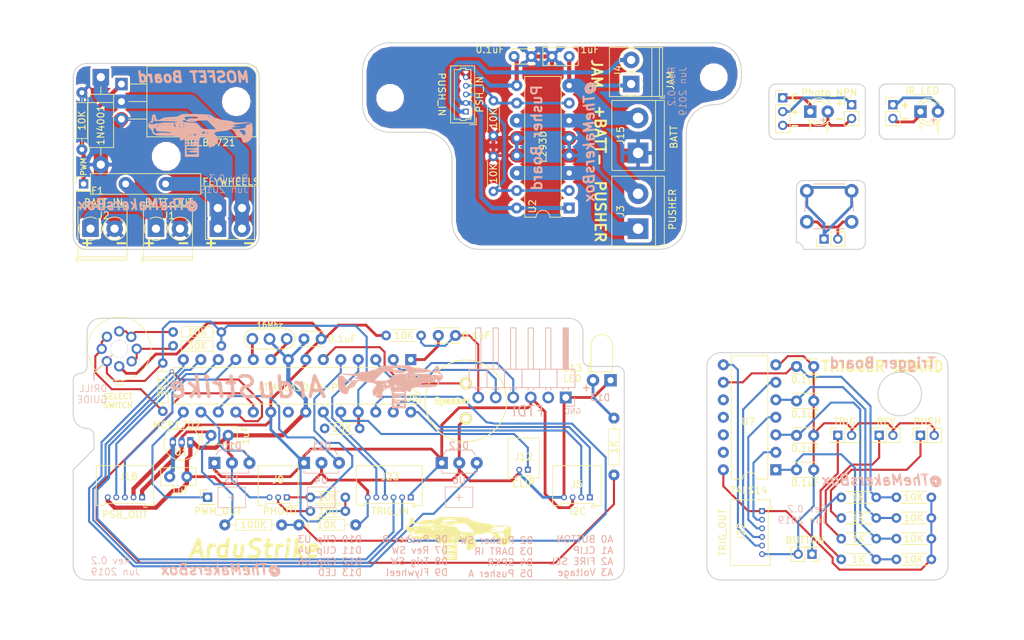
<source format=kicad_pcb>
(kicad_pcb (version 4) (host pcbnew 4.0.6)
  (title_block (date "lun. 30 mars 2015"))
  (layers (0 F.Cu signal) (31 B.Cu signal) (34 B.Paste user) (35 F.Paste user) (36 B.SilkS user) (37 F.SilkS user) (38 B.Mask user) (39 F.Mask user) (44 Edge.Cuts user))
  (net 0 "")
  (net 1 /Reset)
  (net 2 GND)
  (net 3 /A0)
  (net 4 /A1)
  (net 5 /A2)
  (net 6 /A3)
  (net 7 /AREF)
  (net 8 "/A4(SDA)")
  (net 9 "/A5(SCL)")
  (net 10 "/9(**)")
  (net 11 /8)
  (net 12 /7)
  (net 13 "/6(**)")
  (net 14 "/5(**)")
  (net 15 /4)
  (net 16 "/3(**)")
  (net 17 /2)
  (net 18 "/13(SCK)")
  (net 19 "/12(MISO)")
  (net 20 VCC)
  (net 21 "Net-(D2-Pad2)")
  (net 22 "Net-(U5-Pad9)")
  (net 23 "Net-(U5-Pad10)")
  (net 24 "/11(MOSI)")
  (net 25 "/10(SS)")
  (net 26 "Net-(D1-Pad1)")
  (net 27 "Net-(J3-Pad1)")
  (net 28 "Net-(J3-Pad2)")
  (net 29 /TRIG)
  (net 30 "/0(Rx)")
  (net 31 "/1(Tx)")
  (net 32 "Net-(J7-Pad2)")
  (net 33 /Vin)
  (net 34 "Net-(R14-Pad2)")
  (net 35 "Net-(R15-Pad2)")
  (net 36 "Net-(R13-Pad2)")
  (net 37 "Net-(C6-Pad1)")
  (net 38 "Net-(C7-Pad1)")
  (net 39 "Net-(C8-Pad1)")
  (net 40 /#RTS)
  (net 41 "Net-(C2-Pad1)")
  (net 42 "Net-(C3-Pad1)")
  (net 43 "Net-(J17-Pad3)")
  (net 44 "Net-(C10-Pad1)")
  (net 45 "Net-(J6-Pad1)")
  (net 46 "Net-(J17-Pad4)")
  (net 47 "Net-(J19-Pad1)")
  (net 48 "Net-(J20-Pad1)")
  (net 49 "Net-(J21-Pad1)")
  (net 50 /REV)
  (net 51 /PUSHER)
  (net 52 /BUTTON)
  (net 53 "Net-(J8-Pad2)")
  (net 54 "Net-(D3-Pad1)")
  (net 55 "Net-(D3-Pad2)")
  (net 56 "Net-(J27-Pad1)")
  (net 57 "Net-(J27-Pad2)")
  (net 58 /A)
  (net 59 /E)
  (net 60 /C)
  (net 61 "Net-(F1-Pad2)")
  (net 62 /BATT)
  (module Flywheel_dual_terminals (layer F.Cu) (at 151.998 70.365)
    (fp_text reference J9 hide)
    (fp_text value FLYWHEELS (at 1.905 -3.81 180) (layer F.SilkS))
    (pad 2 thru_hole circle (at 3.5 3) (size 2.4 2.4) (drill 1.2) (layers *.Cu *.Mask) (net 26 "Net-(D1-Pad1)"))
    (pad 1 thru_hole rect (at 0 3) (size 2.4 2.4) (drill 1.2) (layers *.Cu *.Mask) (net 61 "Net-(F1-Pad2)"))
    (pad 1 thru_hole rect (at 0 0) (size 2.4 2.4) (drill 1.2) (layers *.Cu *.Mask) (net 61 "Net-(F1-Pad2)"))
    (pad 2 thru_hole circle (at 3.5 0) (size 2.4 2.4) (drill 1.2) (layers *.Cu *.Mask) (net 26 "Net-(D1-Pad1)"))
  )
  (module Fuse_Holders_and_Fuses:Fuse_Littelfuse-LVR125 (layer F.Cu) (at 141.498 66.865)
    (fp_text reference F1 (at -7 1) (layer F.SilkS))
    (fp_text value Polyfuse)
    (pad 1 thru_hole circle (at -2.9 0) (size 2 2) (drill 1) (layers *.Cu *.Mask) (net 62 /BATT))
    (pad 2 thru_hole circle (at 2.9 0) (size 2 2) (drill 1) (layers *.Cu *.Mask) (net 61 "Net-(F1-Pad2)"))
  )
  (module Pin_Headers:Pin_Header_Straight_1x02_Pitch2.00mm (layer F.Cu) (at 249.998 55.365)
    (fp_text reference J26 hide)
    (fp_text value IR_LED (at 4.25 -2) (layer F.SilkS))
    (pad 1 thru_hole rect (at 0 0) (size 1.35 1.35) (drill 0.8) (layers *.Cu *.Mask) (net 55 "Net-(D3-Pad2)"))
    (pad 2 thru_hole oval (at 0 2) (size 1.35 1.35) (drill 0.8) (layers *.Cu *.Mask) (net 54 "Net-(D3-Pad1)"))
  )
  (module Wire_Pads:SolderWirePad_single_2-5mmDrill (layer F.Cu) (at 240.748 70.115)
    (fp_text reference J14 hide)
    (fp_text value NPTH)
    (pad "" np_thru_hole circle (at 0 0) (size 3 3) (drill 3) (layers *.Cu *.Mask))
  )
  (module Wire_Pads:SolderWirePad_single_2-5mmDrill (layer F.Cu) (at 144.498 62.865)
    (fp_text reference J14 hide)
    (fp_text value NPTH)
    (pad "" np_thru_hole circle (at 0 0) (size 3.5 3.5) (drill 3.5) (layers *.Cu *.Mask))
  )
  (module Wire_Pads:SolderWirePad_single_2-5mmDrill (layer F.Cu) (at 223.998 51.365)
    (fp_text reference J14 hide)
    (fp_text value NPTH)
    (pad "" np_thru_hole circle (at 0 0) (size 3 3) (drill 3) (layers *.Cu *.Mask))
  )
  (module Wire_Pads:SolderWirePad_single_2-5mmDrill (layer F.Cu) (at 176.998 54.365)
    (fp_text reference J14 hide)
    (fp_text value NPTH)
    (pad "" np_thru_hole circle (at 0 0) (size 3 3) (drill 3) (layers *.Cu *.Mask))
  )
  (module footprints:Hall_Sensor (layer B.Cu) (at 151.498 107.365)
    (fp_text reference U3 (at 2.5 2.5 180) (layer B.SilkS) (effects (justify mirror)))
    (fp_text value "HALL SENSOR" hide)
    (pad 3 thru_hole circle (at 5.08 0 270) (size 1.75 1.75) (drill 0.8) (layers *.Cu *.Mask) (net 25 "/10(SS)"))
    (pad 2 thru_hole circle (at 2.54 0 270) (size 1.75 1.75) (drill 0.8) (layers *.Cu *.Mask) (net 2 GND))
    (pad 1 thru_hole rect (at 0 0 270) (size 1.75 1.75) (drill 0.8) (layers *.Cu *.Mask) (net 20 VCC))
  )
  (module footprints:RS_left (layer B.Cu) (at 176.998 95.365 180)
    (fp_text reference G*** hide)
    (fp_text value LOGO hide)
  )
  (module footprints:SPEAKER (layer F.Cu) (at 187.998 98.365)
    (fp_text reference LS1 hide)
    (fp_text value Speaker (at -2 0) (layer F.SilkS) (effects (font (size 0.889 0.889) (thickness 0.22225))))
    (pad 2 thru_hole circle (at 0 2.54) (size 1.778 1.778) (drill 1.016) (layers *.Cu *.Mask F.SilkS) (net 2 GND))
    (pad 1 thru_hole circle (at 0 -2.54) (size 1.778 1.778) (drill 1.016) (layers *.Cu *.Mask F.SilkS) (net 15 /4))
  )
  (module footprints:DIP-28_W7.62mm (layer F.Cu) (at 179.998 92.365 270)
    (fp_text reference U5 (at 5.588 -0.127 360) (layer F.SilkS))
    (fp_text value ATMEGA328P-PU (at 4.064 15.875 360) (layer F.SilkS))
    (pad 1 thru_hole rect (at 0 0 270) (size 1.6 1.6) (drill 0.8) (layers *.Cu *.Mask) (net 1 /Reset))
    (pad 15 thru_hole oval (at 7.62 33.02 270) (size 1.6 1.6) (drill 0.8) (layers *.Cu *.Mask) (net 10 "/9(**)"))
    (pad 2 thru_hole oval (at 0 2.54 270) (size 1.6 1.6) (drill 0.8) (layers *.Cu *.Mask) (net 30 "/0(Rx)"))
    (pad 16 thru_hole oval (at 7.62 30.48 270) (size 1.6 1.6) (drill 0.8) (layers *.Cu *.Mask) (net 25 "/10(SS)"))
    (pad 3 thru_hole oval (at 0 5.08 270) (size 1.6 1.6) (drill 0.8) (layers *.Cu *.Mask) (net 31 "/1(Tx)"))
    (pad 17 thru_hole oval (at 7.62 27.94 270) (size 1.6 1.6) (drill 0.8) (layers *.Cu *.Mask) (net 24 "/11(MOSI)"))
    (pad 4 thru_hole oval (at 0 7.62 270) (size 1.6 1.6) (drill 0.8) (layers *.Cu *.Mask) (net 17 /2))
    (pad 18 thru_hole oval (at 7.62 25.4 270) (size 1.6 1.6) (drill 0.8) (layers *.Cu *.Mask) (net 19 "/12(MISO)"))
    (pad 5 thru_hole oval (at 0 10.16 270) (size 1.6 1.6) (drill 0.8) (layers *.Cu *.Mask) (net 16 "/3(**)"))
    (pad 19 thru_hole oval (at 7.62 22.86 270) (size 1.6 1.6) (drill 0.8) (layers *.Cu *.Mask) (net 18 "/13(SCK)"))
    (pad 6 thru_hole oval (at 0 12.7 270) (size 1.6 1.6) (drill 0.8) (layers *.Cu *.Mask) (net 15 /4))
    (pad 20 thru_hole oval (at 7.62 20.32 270) (size 1.6 1.6) (drill 0.8) (layers *.Cu *.Mask) (net 20 VCC))
    (pad 7 thru_hole oval (at 0 15.24 270) (size 1.6 1.6) (drill 0.8) (layers *.Cu *.Mask) (net 20 VCC))
    (pad 21 thru_hole oval (at 7.62 17.78 270) (size 1.6 1.6) (drill 0.8) (layers *.Cu *.Mask) (net 7 /AREF))
    (pad 8 thru_hole oval (at 0 17.78 270) (size 1.6 1.6) (drill 0.8) (layers *.Cu *.Mask) (net 2 GND))
    (pad 22 thru_hole oval (at 7.62 15.24 270) (size 1.6 1.6) (drill 0.8) (layers *.Cu *.Mask) (net 2 GND))
    (pad 9 thru_hole oval (at 0 20.32 270) (size 1.6 1.6) (drill 0.8) (layers *.Cu *.Mask) (net 22 "Net-(U5-Pad9)"))
    (pad 23 thru_hole oval (at 7.62 12.7 270) (size 1.6 1.6) (drill 0.8) (layers *.Cu *.Mask) (net 3 /A0))
    (pad 10 thru_hole oval (at 0 22.86 270) (size 1.6 1.6) (drill 0.8) (layers *.Cu *.Mask) (net 23 "Net-(U5-Pad10)"))
    (pad 24 thru_hole oval (at 7.62 10.16 270) (size 1.6 1.6) (drill 0.8) (layers *.Cu *.Mask) (net 4 /A1))
    (pad 11 thru_hole oval (at 0 25.4 270) (size 1.6 1.6) (drill 0.8) (layers *.Cu *.Mask) (net 14 "/5(**)"))
    (pad 25 thru_hole oval (at 7.62 7.62 270) (size 1.6 1.6) (drill 0.8) (layers *.Cu *.Mask) (net 5 /A2))
    (pad 12 thru_hole oval (at 0 27.94 270) (size 1.6 1.6) (drill 0.8) (layers *.Cu *.Mask) (net 13 "/6(**)"))
    (pad 26 thru_hole oval (at 7.62 5.08 270) (size 1.6 1.6) (drill 0.8) (layers *.Cu *.Mask) (net 6 /A3))
    (pad 13 thru_hole oval (at 0 30.48 270) (size 1.6 1.6) (drill 0.8) (layers *.Cu *.Mask) (net 12 /7))
    (pad 27 thru_hole oval (at 7.62 2.54 270) (size 1.6 1.6) (drill 0.8) (layers *.Cu *.Mask) (net 8 "/A4(SDA)"))
    (pad 14 thru_hole oval (at 0 33.02 270) (size 1.6 1.6) (drill 0.8) (layers *.Cu *.Mask) (net 11 /8))
    (pad 28 thru_hole oval (at 7.62 0 270) (size 1.6 1.6) (drill 0.8) (layers *.Cu *.Mask) (net 9 "/A5(SCL)"))
  )
  (module footprints:TO-220-3_Horizontal (layer F.Cu) (at 137.998 52.365 270)
    (fp_text reference Q1 hide)
    (fp_text value IRLB8721 (at 8.5 -13 360) (layer F.SilkS))
    (pad 0 np_thru_hole oval (at 2.54 -16.66 270) (size 3.5 3.5) (drill 3.5) (layers *.Cu *.Mask))
    (pad 1 thru_hole rect (at 0 0 270) (size 1.8 1.8) (drill 1) (layers *.Cu *.Mask) (net 10 "/9(**)"))
    (pad 2 thru_hole oval (at 2.54 0 270) (size 1.8 1.8) (drill 1) (layers *.Cu *.Mask) (net 26 "Net-(D1-Pad1)"))
    (pad 3 thru_hole oval (at 5.08 0 270) (size 1.8 1.8) (drill 1) (layers *.Cu *.Mask) (net 2 GND))
  )
  (module footprints:D_DO-15_P12.70mm_Horizontal (layer F.Cu) (at 134.998 51.365 270)
    (fp_text reference D1 hide)
    (fp_text value 1N4001 (at 6.985 0 270) (layer F.SilkS))
    (pad 1 thru_hole rect (at 0 0 270) (size 2.4 2.4) (drill 1.2) (layers *.Cu *.Mask) (net 26 "Net-(D1-Pad1)"))
    (pad 2 thru_hole oval (at 12.7 0 270) (size 2.4 2.4) (drill 1.2) (layers *.Cu *.Mask) (net 2 GND))
  )
  (module footprints:R_Axial_DIN0204_L3.6mm_D1.6mm_P7.62mm_Horizontal (layer F.Cu) (at 132.248 53.865 270)
    (fp_text reference R9)
    (fp_text value 10K (at 3.81 0 270) (layer F.SilkS))
    (pad 1 thru_hole circle (at -0.25 0 270) (size 1.6 1.6) (drill 0.7) (layers *.Cu *.Mask) (net 2 GND))
    (pad 2 thru_hole circle (at 8 0 270) (size 1.6 1.6) (drill 0.7) (layers *.Cu *.Mask) (net 10 "/9(**)"))
  )
  (module footprints:R_Axial_DIN0204_L3.6mm_D1.6mm_P7.62mm_Horizontal (layer F.Cu) (at 160.998 116.365 180)
    (fp_text reference R8)
    (fp_text value 100K (at 3.81 0 180) (layer F.SilkS))
    (pad 1 thru_hole circle (at -0.25 0 180) (size 1.6 1.6) (drill 0.7) (layers *.Cu *.Mask) (net 6 /A3))
    (pad 2 thru_hole circle (at 8 0 180) (size 1.6 1.6) (drill 0.7) (layers *.Cu *.Mask) (net 33 /Vin))
  )
  (module footprints:R__P5.08mm (layer F.Cu) (at 169.998 102.365)
    (fp_text reference R16 hide)
    (fp_text value 10K (at 0 0) (layer F.SilkS))
    (pad 1 thru_hole circle (at -2.5 0) (size 1.4 1.4) (drill 0.7) (layers *.Cu *.Mask) (net 2 GND))
    (pad 2 thru_hole oval (at 2.58 0) (size 1.4 1.4) (drill 0.7) (layers *.Cu *.Mask) (net 5 /A2))
  )
  (module footprints:R__P5.08mm (layer F.Cu) (at 252.998 115.365)
    (fp_text reference R10 hide)
    (fp_text value 10K (at 0 0) (layer F.SilkS))
    (pad 1 thru_hole circle (at -2.5 0) (size 1.4 1.4) (drill 0.7) (layers *.Cu *.Mask) (net 39 "Net-(C8-Pad1)"))
    (pad 2 thru_hole oval (at 2.58 0) (size 1.4 1.4) (drill 0.7) (layers *.Cu *.Mask) (net 20 VCC))
  )
  (module footprints:R__P5.08mm (layer F.Cu) (at 191.998 65.365 270)
    (fp_text reference R1 hide)
    (fp_text value 10K (at 0 0 270) (layer F.SilkS))
    (pad 1 thru_hole circle (at -2.5 0 270) (size 1.4 1.4) (drill 0.7) (layers *.Cu *.Mask) (net 2 GND))
    (pad 2 thru_hole oval (at 2.58 0 270) (size 1.4 1.4) (drill 0.7) (layers *.Cu *.Mask) (net 43 "Net-(J17-Pad3)"))
  )
  (module footprints:R__P5.08mm (layer F.Cu) (at 191.998 57.365 90)
    (fp_text reference R3 hide)
    (fp_text value 10K (at 0 0 90) (layer F.SilkS))
    (pad 1 thru_hole circle (at -2.5 0 90) (size 1.4 1.4) (drill 0.7) (layers *.Cu *.Mask) (net 2 GND))
    (pad 2 thru_hole oval (at 2.58 0 90) (size 1.4 1.4) (drill 0.7) (layers *.Cu *.Mask) (net 46 "Net-(J17-Pad4)"))
  )
  (module footprints:R__P5.08mm (layer F.Cu) (at 252.998 121.365)
    (fp_text reference R4 hide)
    (fp_text value 10K (at 0 0) (layer F.SilkS))
    (pad 1 thru_hole circle (at -2.5 0) (size 1.4 1.4) (drill 0.7) (layers *.Cu *.Mask) (net 37 "Net-(C6-Pad1)"))
    (pad 2 thru_hole oval (at 2.58 0) (size 1.4 1.4) (drill 0.7) (layers *.Cu *.Mask) (net 20 VCC))
  )
  (module footprints:R__P5.08mm (layer F.Cu) (at 252.998 118.365)
    (fp_text reference R6 hide)
    (fp_text value 10K (at 0 0) (layer F.SilkS))
    (pad 1 thru_hole circle (at -2.5 0) (size 1.4 1.4) (drill 0.7) (layers *.Cu *.Mask) (net 38 "Net-(C7-Pad1)"))
    (pad 2 thru_hole oval (at 2.58 0) (size 1.4 1.4) (drill 0.7) (layers *.Cu *.Mask) (net 20 VCC))
  )
  (module footprints:Resonator-3pin_w7.0mm_h2.5mm (layer F.Cu) (at 156.998 89.365)
    (fp_text reference Y1 hide)
    (fp_text value 16Mhz (at 2.54 -2.032) (layer F.SilkS) (effects (font (size 0.8 0.8))))
    (pad 1 thru_hole circle (at 0 0) (size 1.7 1.7) (drill 1) (layers *.Cu *.Mask) (net 23 "Net-(U5-Pad10)"))
    (pad 2 thru_hole circle (at 2.5 0) (size 1.7 1.7) (drill 1) (layers *.Cu *.Mask) (net 2 GND))
    (pad 3 thru_hole circle (at 5 0) (size 1.7 1.7) (drill 1) (layers *.Cu *.Mask) (net 22 "Net-(U5-Pad9)"))
  )
  (module footprints:R__P5.08mm (layer F.Cu) (at 244.998 115.365)
    (fp_text reference R11 hide)
    (fp_text value 1K (at 0 0) (layer F.SilkS))
    (pad 1 thru_hole circle (at -2.5 0) (size 1.4 1.4) (drill 0.7) (layers *.Cu *.Mask) (net 48 "Net-(J20-Pad1)"))
    (pad 2 thru_hole oval (at 2.58 0) (size 1.4 1.4) (drill 0.7) (layers *.Cu *.Mask) (net 39 "Net-(C8-Pad1)"))
  )
  (module footprints:R__P5.08mm (layer F.Cu) (at 244.998 118.365)
    (fp_text reference R7 hide)
    (fp_text value 1K (at 0 0) (layer F.SilkS))
    (pad 1 thru_hole circle (at -2.5 0) (size 1.4 1.4) (drill 0.7) (layers *.Cu *.Mask) (net 45 "Net-(J6-Pad1)"))
    (pad 2 thru_hole oval (at 2.58 0) (size 1.4 1.4) (drill 0.7) (layers *.Cu *.Mask) (net 38 "Net-(C7-Pad1)"))
  )
  (module footprints:R__P5.08mm (layer F.Cu) (at 244.998 121.365)
    (fp_text reference R5 hide)
    (fp_text value 1K (at 0 0) (layer F.SilkS))
    (pad 1 thru_hole circle (at -2.5 0) (size 1.4 1.4) (drill 0.7) (layers *.Cu *.Mask) (net 47 "Net-(J19-Pad1)"))
    (pad 2 thru_hole oval (at 2.58 0) (size 1.4 1.4) (drill 0.7) (layers *.Cu *.Mask) (net 37 "Net-(C6-Pad1)"))
  )
  (module footprints:C_Disc_D5.0mm_W2.5mm_P2.50mm (layer F.Cu) (at 150.998 103.365)
    (fp_text reference C1 hide)
    (fp_text value 1uF (at 5 0 90) (layer F.SilkS))
    (pad 1 thru_hole circle (at 0 0) (size 1.6 1.6) (drill 0.8) (layers *.Cu *.Mask) (net 33 /Vin))
    (pad 2 thru_hole circle (at 2.5 0) (size 1.6 1.6) (drill 0.8) (layers *.Cu *.Mask) (net 2 GND))
  )
  (module footprints:C_Disc_D5.0mm_W2.5mm_P2.50mm (layer F.Cu) (at 202.998 48.365 180)
    (fp_text reference C2 hide)
    (fp_text value 1uF (at -3 1 360) (layer F.SilkS))
    (pad 1 thru_hole circle (at 0 0 180) (size 1.6 1.6) (drill 0.8) (layers *.Cu *.Mask) (net 41 "Net-(C2-Pad1)"))
    (pad 2 thru_hole circle (at 2.5 0 180) (size 1.6 1.6) (drill 0.8) (layers *.Cu *.Mask) (net 2 GND))
  )
  (module footprints:C_Disc_D3.4mm_W2.1mm_P2.50mm (layer F.Cu) (at 194.998 48.365)
    (fp_text reference C3 hide)
    (fp_text value 0.1uF (at -3.5 -1) (layer F.SilkS))
    (pad 1 thru_hole circle (at 0 0) (size 1.6 1.6) (drill 0.8) (layers *.Cu *.Mask) (net 42 "Net-(C3-Pad1)"))
    (pad 2 thru_hole circle (at 2.5 0) (size 1.6 1.6) (drill 0.8) (layers *.Cu *.Mask) (net 2 GND))
  )
  (module footprints:C_Disc_D5.0mm_W2.5mm_P2.50mm (layer F.Cu) (at 144.998 109.365)
    (fp_text reference C4 hide)
    (fp_text value 1uF (at 1.5 2 180) (layer F.SilkS))
    (pad 1 thru_hole circle (at 0 0) (size 1.6 1.6) (drill 0.8) (layers *.Cu *.Mask) (net 20 VCC))
    (pad 2 thru_hole circle (at 2.5 0) (size 1.6 1.6) (drill 0.8) (layers *.Cu *.Mask) (net 2 GND))
  )
  (module footprints:C_Disc_D3.4mm_W2.1mm_P2.50mm (layer F.Cu) (at 235.998 108.365)
    (fp_text reference C6 hide)
    (fp_text value 0.1uF (at 1.27 1.905) (layer F.SilkS))
    (pad 1 thru_hole circle (at 0 0) (size 1.6 1.6) (drill 0.8) (layers *.Cu *.Mask) (net 37 "Net-(C6-Pad1)"))
    (pad 2 thru_hole circle (at 2.5 0) (size 1.6 1.6) (drill 0.8) (layers *.Cu *.Mask) (net 2 GND))
  )
  (module footprints:C_Disc_D3.4mm_W2.1mm_P2.50mm (layer F.Cu) (at 235.998 103.365)
    (fp_text reference C7 hide)
    (fp_text value 0.1uF (at 1.27 1.905) (layer F.SilkS))
    (pad 1 thru_hole circle (at 0 0) (size 1.6 1.6) (drill 0.8) (layers *.Cu *.Mask) (net 38 "Net-(C7-Pad1)"))
    (pad 2 thru_hole circle (at 2.5 0) (size 1.6 1.6) (drill 0.8) (layers *.Cu *.Mask) (net 2 GND))
  )
  (module footprints:C_Disc_D3.4mm_W2.1mm_P2.50mm (layer F.Cu) (at 235.998 98.365)
    (fp_text reference C8 hide)
    (fp_text value 0.1uF (at 1.27 1.905) (layer F.SilkS))
    (pad 1 thru_hole circle (at 0 0) (size 1.6 1.6) (drill 0.8) (layers *.Cu *.Mask) (net 39 "Net-(C8-Pad1)"))
    (pad 2 thru_hole circle (at 2.5 0) (size 1.6 1.6) (drill 0.8) (layers *.Cu *.Mask) (net 2 GND))
  )
  (module footprints:LED_D3.0mm_Horizontal_O1.27mm_Z10.0mm (layer F.Cu) (at 208.998 95.365 180)
    (fp_text reference D2 hide)
    (fp_text value D13 (at 5.544 1.766 180) (layer F.SilkS))
    (pad 1 thru_hole rect (at 0 0 180) (size 1.8 1.8) (drill 0.9) (layers *.Cu *.Mask) (net 2 GND))
    (pad 2 thru_hole circle (at 2.54 0 180) (size 1.8 1.8) (drill 0.9) (layers *.Cu *.Mask) (net 21 "Net-(D2-Pad2)"))
  )
  (module footprints:Molex_PicoBlade_53048-0210_02x1.25mm_Angled (layer F.Cu) (at 196.998 108.365 180)
    (fp_text reference J12 (at 0.635 1.905 180) (layer F.SilkS))
    (fp_text value CLIP (at 0.635 -2.032 180) (layer F.SilkS))
    (pad 1 thru_hole rect (at 0 0 180) (size 0.85 0.85) (drill 0.5) (layers *.Cu *.Mask) (net 4 /A1))
    (pad 2 thru_hole circle (at 1.25 0 180) (size 0.85 0.85) (drill 0.5) (layers *.Cu *.Mask) (net 2 GND))
  )
  (module Wire_Pads:SolderWirePad_single_2-5mmDrill (layer F.Cu) (at 195.998 114.365)
    (fp_text reference J13 hide)
    (fp_text value BUTTON)
    (pad "" np_thru_hole circle (at 0 0) (size 3 3) (drill 3) (layers *.Cu *.Mask))
  )
  (module Wire_Pads:SolderWirePad_single_2-5mmDrill (layer F.Cu) (at 145.998 114.619)
    (fp_text reference J14 hide)
    (fp_text value NPTH)
    (pad "" np_thru_hole circle (at 0 0) (size 3 3) (drill 3) (layers *.Cu *.Mask))
  )
  (module Wire_Pads:SolderWirePad_single_2-5mmDrill (layer F.Cu) (at 137.668 90.805)
    (fp_text reference J16 hide)
    (fp_text value NPTH)
    (pad "" np_thru_hole circle (at 0 0) (size 2.5 2.5) (drill 2.49936) (layers *.Cu *.Mask))
  )
  (module footprints:TO-92_Inline_Narrow_Oval (layer F.Cu) (at 147.998 104.365 180)
    (fp_text reference U1 (at 1.32 -1.41 180) (layer F.SilkS))
    (fp_text value MCP1702 (at 2 2.5 180) (layer F.SilkS))
    (pad 2 thru_hole oval (at 1.27 0) (size 0.9 1.5) (drill 0.6) (layers *.Cu *.Mask) (net 33 /Vin))
    (pad 3 thru_hole oval (at 2.54 0) (size 0.9 1.5) (drill 0.6) (layers *.Cu *.Mask) (net 20 VCC))
    (pad 1 thru_hole rect (at 0 0) (size 0.9 1.5) (drill 0.6) (layers *.Cu *.Mask) (net 2 GND))
  )
  (module footprints:DIP-16_W7.62mm (layer F.Cu) (at 202.998 70.365 180)
    (fp_text reference U2 (at 5.334 0.254 270) (layer F.SilkS))
    (fp_text value L293D (at 3.81 8.89 270) (layer F.SilkS))
    (pad 1 thru_hole rect (at 0 0 180) (size 1.6 1.6) (drill 0.8) (layers *.Cu *.Mask) (net 42 "Net-(C3-Pad1)"))
    (pad 9 thru_hole oval (at 7.62 17.78 180) (size 1.6 1.6) (drill 0.8) (layers *.Cu *.Mask) (net 42 "Net-(C3-Pad1)"))
    (pad 2 thru_hole oval (at 0 2.54 180) (size 1.6 1.6) (drill 0.8) (layers *.Cu *.Mask) (net 43 "Net-(J17-Pad3)"))
    (pad 10 thru_hole oval (at 7.62 15.24 180) (size 1.6 1.6) (drill 0.8) (layers *.Cu *.Mask) (net 46 "Net-(J17-Pad4)"))
    (pad 3 thru_hole oval (at 0 5.08 180) (size 1.6 1.6) (drill 0.8) (layers *.Cu *.Mask) (net 27 "Net-(J3-Pad1)"))
    (pad 11 thru_hole oval (at 7.62 12.7 180) (size 1.6 1.6) (drill 0.8) (layers *.Cu *.Mask) (net 28 "Net-(J3-Pad2)"))
    (pad 4 thru_hole oval (at 0 7.62 180) (size 1.6 1.6) (drill 0.8) (layers *.Cu *.Mask) (net 2 GND))
    (pad 12 thru_hole oval (at 7.62 10.16 180) (size 1.6 1.6) (drill 0.8) (layers *.Cu *.Mask) (net 2 GND))
    (pad 5 thru_hole oval (at 0 10.16 180) (size 1.6 1.6) (drill 0.8) (layers *.Cu *.Mask) (net 2 GND))
    (pad 13 thru_hole oval (at 7.62 7.62 180) (size 1.6 1.6) (drill 0.8) (layers *.Cu *.Mask) (net 2 GND))
    (pad 6 thru_hole oval (at 0 12.7 180) (size 1.6 1.6) (drill 0.8) (layers *.Cu *.Mask) (net 28 "Net-(J3-Pad2)"))
    (pad 14 thru_hole oval (at 7.62 5.08 180) (size 1.6 1.6) (drill 0.8) (layers *.Cu *.Mask) (net 27 "Net-(J3-Pad1)"))
    (pad 7 thru_hole oval (at 0 15.24 180) (size 1.6 1.6) (drill 0.8) (layers *.Cu *.Mask) (net 46 "Net-(J17-Pad4)"))
    (pad 15 thru_hole oval (at 7.62 2.54 180) (size 1.6 1.6) (drill 0.8) (layers *.Cu *.Mask) (net 43 "Net-(J17-Pad3)"))
    (pad 8 thru_hole oval (at 0 17.78 180) (size 1.6 1.6) (drill 0.8) (layers *.Cu *.Mask) (net 41 "Net-(C2-Pad1)"))
    (pad 16 thru_hole oval (at 7.62 0 180) (size 1.6 1.6) (drill 0.8) (layers *.Cu *.Mask) (net 42 "Net-(C3-Pad1)"))
  )
  (module footprints:Molex_PicoBlade_53048-0410_04x1.25mm_Angled (layer F.Cu) (at 205.998 112.365 180)
    (fp_text reference J5 (at 1.905 1.905 180) (layer F.SilkS))
    (fp_text value I2C (at 1.778 -2.032 180) (layer F.SilkS))
    (pad 1 thru_hole rect (at 0 0 180) (size 0.85 0.85) (drill 0.5) (layers *.Cu *.Mask) (net 8 "/A4(SDA)"))
    (pad 2 thru_hole circle (at 1.25 0 180) (size 0.85 0.85) (drill 0.5) (layers *.Cu *.Mask) (net 9 "/A5(SCL)"))
    (pad 3 thru_hole circle (at 2.5 0 180) (size 0.85 0.85) (drill 0.5) (layers *.Cu *.Mask) (net 20 VCC))
    (pad 4 thru_hole circle (at 3.75 0 180) (size 0.85 0.85) (drill 0.5) (layers *.Cu *.Mask) (net 2 GND))
  )
  (module footprints:SW_Rotary8 (layer F.Cu) (at 137.668 90.805 180)
    (fp_text reference SW1 hide)
    (fp_text value SW_Rotary8)
    (pad 8 thru_hole circle (at 0 -2.54 180) (size 1.5 1.5) (drill 0.9) (layers *.Cu *.Mask) (net 20 VCC))
    (pad 1 thru_hole circle (at 1.7907 -1.8034 180) (size 1.5 1.5) (drill 0.9) (layers *.Cu *.Mask) (net 5 /A2))
    (pad 2 thru_hole oval (at 2.54 0 180) (size 1.5 1.5) (drill 0.9) (layers *.Cu *.Mask) (net 35 "Net-(R15-Pad2)"))
    (pad 3 thru_hole oval (at 1.778 1.7526 180) (size 1.5 1.5) (drill 0.9) (layers *.Cu *.Mask) (net 35 "Net-(R15-Pad2)"))
    (pad 4 thru_hole oval (at 0 2.54 180) (size 1.5 1.5) (drill 0.9) (layers *.Cu *.Mask) (net 34 "Net-(R14-Pad2)"))
    (pad 5 thru_hole oval (at -1.7526 1.7399 180) (size 1.5 1.5) (drill 0.9) (layers *.Cu *.Mask) (net 34 "Net-(R14-Pad2)"))
    (pad 6 thru_hole oval (at -2.54 0 180) (size 1.5 1.5) (drill 0.9) (layers *.Cu *.Mask) (net 36 "Net-(R13-Pad2)"))
    (pad 7 thru_hole oval (at -1.8034 -1.8161 180) (size 1.5 1.5) (drill 0.9) (layers *.Cu *.Mask) (net 36 "Net-(R13-Pad2)"))
  )
  (module footprints:C_Disc_D3.4mm_W2.1mm_P2.50mm (layer F.Cu) (at 166.998 89.365 180)
    (fp_text reference C5 hide)
    (fp_text value 0.1uF (at -3 0 180) (layer F.SilkS))
    (pad 1 thru_hole circle (at 0 0 180) (size 1.6 1.6) (drill 0.8) (layers *.Cu *.Mask) (net 20 VCC))
    (pad 2 thru_hole circle (at 2.5 0 180) (size 1.6 1.6) (drill 0.8) (layers *.Cu *.Mask) (net 2 GND))
  )
  (module footprints:TerminalBlock_Phoenix_PT-1,5-2-3.5-H_1x02_P3.50mm_Horizontal (layer F.Cu) (at 211.998 52.365 90)
    (fp_text reference J4 (at 1.905 -1.905 90) (layer F.SilkS))
    (fp_text value JAM (at 0.5 5.7 90) (layer F.SilkS))
    (pad 1 thru_hole rect (at 0 0 90) (size 2.4 2.4) (drill 1.2) (layers *.Cu *.Mask) (net 41 "Net-(C2-Pad1)"))
    (pad 2 thru_hole circle (at 3.5 0 90) (size 2.4 2.4) (drill 1.2) (layers *.Cu *.Mask) (net 33 /Vin))
  )
  (module footprints:R_Axial_DIN0204_L3.6mm_D1.6mm_P7.62mm_Horizontal (layer F.Cu) (at 163.998 116.365)
    (fp_text reference R12)
    (fp_text value 10K (at 3.81 0) (layer F.SilkS))
    (pad 1 thru_hole circle (at -0.25 0) (size 1.6 1.6) (drill 0.7) (layers *.Cu *.Mask) (net 6 /A3))
    (pad 2 thru_hole circle (at 8 0) (size 1.6 1.6) (drill 0.7) (layers *.Cu *.Mask) (net 2 GND))
  )
  (module footprints:R_Axial_DIN0204_L3.6mm_D1.6mm_P7.62mm_Horizontal (layer F.Cu) (at 209.498 108.865 90)
    (fp_text reference R2)
    (fp_text value 1K (at 3.81 0 90) (layer F.SilkS))
    (pad 1 thru_hole circle (at -0.25 0 90) (size 1.6 1.6) (drill 0.7) (layers *.Cu *.Mask) (net 18 "/13(SCK)"))
    (pad 2 thru_hole circle (at 8 0 90) (size 1.6 1.6) (drill 0.7) (layers *.Cu *.Mask) (net 21 "Net-(D2-Pad2)"))
  )
  (module footprints:R__P7mm (layer F.Cu) (at 148.998 90.365 180)
    (fp_text reference R13 hide)
    (fp_text value 30K (at 0 0 180) (layer F.SilkS))
    (pad 1 thru_hole circle (at -3.5 0 180) (size 1.4 1.4) (drill 0.7) (layers *.Cu *.Mask) (net 5 /A2))
    (pad 2 thru_hole oval (at 3.5 0 180) (size 1.4 1.4) (drill 0.7) (layers *.Cu *.Mask) (net 36 "Net-(R13-Pad2)"))
  )
  (module footprints:R__P7mm (layer F.Cu) (at 148.998 88.365 180)
    (fp_text reference R14 hide)
    (fp_text value 10K (at 0 0 180) (layer F.SilkS))
    (pad 1 thru_hole circle (at -3.5 0 180) (size 1.4 1.4) (drill 0.7) (layers *.Cu *.Mask) (net 5 /A2))
    (pad 2 thru_hole oval (at 3.5 0 180) (size 1.4 1.4) (drill 0.7) (layers *.Cu *.Mask) (net 34 "Net-(R14-Pad2)"))
  )
  (module footprints:R__P7mm (layer F.Cu) (at 143.998 96.365 270)
    (fp_text reference R15 hide)
    (fp_text value 3K3 (at 0 0 270) (layer F.SilkS))
    (pad 1 thru_hole circle (at -3.5 0 270) (size 1.4 1.4) (drill 0.7) (layers *.Cu *.Mask) (net 5 /A2))
    (pad 2 thru_hole oval (at 3.5 0 270) (size 1.4 1.4) (drill 0.7) (layers *.Cu *.Mask) (net 35 "Net-(R15-Pad2)"))
  )
  (module footprints:RS_left (layer F.Cu) (at 186.998 117.365)
    (fp_text reference G*** hide)
    (fp_text value LOGO hide)
  )
  (module footprints:RS_right (layer B.Cu) (at 149.498 58.865 180)
    (fp_text reference G*** hide)
    (fp_text value LOGO hide)
  )
  (module footprints:C_Disc_D3.4mm_W2.1mm_P2.50mm (layer F.Cu) (at 186.498 88.865 180)
    (fp_text reference C9 hide)
    (fp_text value 0.1uF (at -3 0 180) (layer F.SilkS))
    (pad 1 thru_hole circle (at 0 0 180) (size 1.6 1.6) (drill 0.8) (layers *.Cu *.Mask) (net 40 /#RTS))
    (pad 2 thru_hole circle (at 2.5 0 180) (size 1.6 1.6) (drill 0.8) (layers *.Cu *.Mask) (net 1 /Reset))
  )
  (module footprints:R__P5.08mm (layer F.Cu) (at 178.998 88.865 180)
    (fp_text reference R17 hide)
    (fp_text value 10K (at 0 0 180) (layer F.SilkS))
    (pad 1 thru_hole circle (at -2.5 0 180) (size 1.4 1.4) (drill 0.7) (layers *.Cu *.Mask) (net 40 /#RTS))
    (pad 2 thru_hole oval (at 2.58 0 180) (size 1.4 1.4) (drill 0.7) (layers *.Cu *.Mask) (net 20 VCC))
  )
  (module Connectors_Terminal_Blocks:TerminalBlock_bornier-2_P5.08mm (layer F.Cu) (at 212.998 62.365 90)
    (fp_text reference J15 (at 2.54 -2.54 90) (layer F.SilkS))
    (fp_text value BATT (at 2.3 5.2 90) (layer F.SilkS))
    (pad 1 thru_hole rect (at 0 0 90) (size 3 3) (drill 1.52) (layers *.Cu *.Mask) (net 2 GND))
    (pad 2 thru_hole circle (at 5.08 0 90) (size 3 3) (drill 1.52) (layers *.Cu *.Mask) (net 41 "Net-(C2-Pad1)"))
  )
  (module Connectors_Terminal_Blocks:TerminalBlock_bornier-2_P5.08mm (layer F.Cu) (at 212.998 73.365 90)
    (fp_text reference J3 (at 2.54 -2.54 90) (layer F.SilkS))
    (fp_text value PUSHER (at 2.8 5 90) (layer F.SilkS))
    (pad 1 thru_hole rect (at 0 0 90) (size 3 3) (drill 1.52) (layers *.Cu *.Mask) (net 27 "Net-(J3-Pad1)"))
    (pad 2 thru_hole circle (at 5.08 0 90) (size 3 3) (drill 1.52) (layers *.Cu *.Mask) (net 28 "Net-(J3-Pad2)"))
  )
  (module footprints:C_Disc_D3.4mm_W2.1mm_P2.50mm (layer F.Cu) (at 235.998 93.365)
    (fp_text reference C10 hide)
    (fp_text value 0.1uF (at 1.27 1.905) (layer F.SilkS))
    (pad 1 thru_hole circle (at 0 0) (size 1.6 1.6) (drill 0.8) (layers *.Cu *.Mask) (net 44 "Net-(C10-Pad1)"))
    (pad 2 thru_hole circle (at 2.5 0) (size 1.6 1.6) (drill 0.8) (layers *.Cu *.Mask) (net 2 GND))
  )
  (module Pin_Headers:Pin_Header_Straight_2x01_Pitch2.00mm (layer F.Cu) (at 241.998 103.365)
    (fp_text reference J19 hide)
    (fp_text value TRIG (at 1 -2) (layer F.SilkS))
    (pad 1 thru_hole rect (at 0 0) (size 1.35 1.35) (drill 0.8) (layers *.Cu *.Mask) (net 47 "Net-(J19-Pad1)"))
    (pad 2 thru_hole oval (at 2 0) (size 1.35 1.35) (drill 0.8) (layers *.Cu *.Mask) (net 2 GND))
  )
  (module Pin_Headers:Pin_Header_Straight_2x01_Pitch2.00mm (layer F.Cu) (at 253.998 103.365)
    (fp_text reference J20 hide)
    (fp_text value PUSH (at 1 -2) (layer F.SilkS))
    (pad 1 thru_hole rect (at 0 0) (size 1.35 1.35) (drill 0.8) (layers *.Cu *.Mask) (net 48 "Net-(J20-Pad1)"))
    (pad 2 thru_hole oval (at 2 0) (size 1.35 1.35) (drill 0.8) (layers *.Cu *.Mask) (net 2 GND))
  )
  (module Pin_Headers:Pin_Header_Straight_2x01_Pitch2.00mm (layer F.Cu) (at 238.248 120.615 180)
    (fp_text reference J21 hide)
    (fp_text value BUTTON (at 1 2.06 180) (layer F.SilkS))
    (pad 1 thru_hole rect (at 0 0 180) (size 1.35 1.35) (drill 0.8) (layers *.Cu *.Mask) (net 49 "Net-(J21-Pad1)"))
    (pad 2 thru_hole oval (at 2 0 180) (size 1.35 1.35) (drill 0.8) (layers *.Cu *.Mask) (net 2 GND))
  )
  (module Connectors_Molex:Molex_PicoBlade_53048-0610_06x1.25mm_Angled (layer F.Cu) (at 230.998 114.365 270)
    (fp_text reference J22 (at 3 3 270) (layer F.SilkS))
    (fp_text value TRIG_OUT (at 3.125 5.75 270) (layer F.SilkS))
    (pad 1 thru_hole rect (at 0 0 270) (size 0.85 0.85) (drill 0.5) (layers *.Cu *.Mask) (net 20 VCC))
    (pad 2 thru_hole circle (at 1.25 0 270) (size 0.85 0.85) (drill 0.5) (layers *.Cu *.Mask) (net 29 /TRIG))
    (pad 3 thru_hole circle (at 2.5 0 270) (size 0.85 0.85) (drill 0.5) (layers *.Cu *.Mask) (net 50 /REV))
    (pad 4 thru_hole circle (at 3.75 0 270) (size 0.85 0.85) (drill 0.5) (layers *.Cu *.Mask) (net 51 /PUSHER))
    (pad 5 thru_hole circle (at 5 0 270) (size 0.85 0.85) (drill 0.5) (layers *.Cu *.Mask) (net 52 /BUTTON))
    (pad 6 thru_hole circle (at 6.25 0 270) (size 0.85 0.85) (drill 0.5) (layers *.Cu *.Mask) (net 2 GND))
  )
  (module Connectors_Molex:Molex_PicoBlade_53048-0610_06x1.25mm_Angled (layer F.Cu) (at 179.998 112.365 180)
    (fp_text reference J23 (at 3 3 180) (layer F.SilkS))
    (fp_text value TRIG_IN (at 3 -2 180) (layer F.SilkS))
    (pad 1 thru_hole rect (at 0 0 180) (size 0.85 0.85) (drill 0.5) (layers *.Cu *.Mask) (net 20 VCC))
    (pad 2 thru_hole circle (at 1.25 0 180) (size 0.85 0.85) (drill 0.5) (layers *.Cu *.Mask) (net 11 /8))
    (pad 3 thru_hole circle (at 2.5 0 180) (size 0.85 0.85) (drill 0.5) (layers *.Cu *.Mask) (net 12 /7))
    (pad 4 thru_hole circle (at 3.75 0 180) (size 0.85 0.85) (drill 0.5) (layers *.Cu *.Mask) (net 17 /2))
    (pad 5 thru_hole circle (at 5 0 180) (size 0.85 0.85) (drill 0.5) (layers *.Cu *.Mask) (net 3 /A0))
    (pad 6 thru_hole circle (at 6.25 0 180) (size 0.85 0.85) (drill 0.5) (layers *.Cu *.Mask) (net 2 GND))
  )
  (module footprints:R__P5.08mm (layer F.Cu) (at 244.998 112.365)
    (fp_text reference R18 hide)
    (fp_text value 1K (at 0 0) (layer F.SilkS))
    (pad 1 thru_hole circle (at -2.5 0) (size 1.4 1.4) (drill 0.7) (layers *.Cu *.Mask) (net 49 "Net-(J21-Pad1)"))
    (pad 2 thru_hole oval (at 2.58 0) (size 1.4 1.4) (drill 0.7) (layers *.Cu *.Mask) (net 44 "Net-(C10-Pad1)"))
  )
  (module footprints:R__P5.08mm (layer F.Cu) (at 252.998 112.365)
    (fp_text reference R19 hide)
    (fp_text value 10K (at 0 0) (layer F.SilkS))
    (pad 1 thru_hole circle (at -2.5 0) (size 1.4 1.4) (drill 0.7) (layers *.Cu *.Mask) (net 44 "Net-(C10-Pad1)"))
    (pad 2 thru_hole oval (at 2.58 0) (size 1.4 1.4) (drill 0.7) (layers *.Cu *.Mask) (net 20 VCC))
  )
  (module Pin_Headers:Pin_Header_Straight_2x01_Pitch2.00mm (layer F.Cu) (at 247.998 103.365)
    (fp_text reference J6 hide)
    (fp_text value REV (at 1 -2) (layer F.SilkS))
    (pad 1 thru_hole rect (at 0 0) (size 1.35 1.35) (drill 0.8) (layers *.Cu *.Mask) (net 45 "Net-(J6-Pad1)"))
    (pad 2 thru_hole oval (at 2 0) (size 1.35 1.35) (drill 0.8) (layers *.Cu *.Mask) (net 2 GND))
  )
  (module Pin_Headers:Pin_Header_Straight_1x01_Pitch2.00mm (layer F.Cu) (at 132.498 66.865)
    (fp_text reference J10 hide)
    (fp_text value PWM (at 0 -2.5 90) (layer F.SilkS) (effects (font (size 0.8 0.8))))
    (pad 1 thru_hole rect (at 0 0) (size 1.35 1.35) (drill 0.8) (layers *.Cu *.Mask) (net 10 "/9(**)"))
  )
  (module Connectors_Molex:Molex_PicoBlade_53048-0310_03x1.25mm_Angled (layer F.Cu) (at 161.998 112.365 180)
    (fp_text reference J8 (at 1.27 2.54 180) (layer F.SilkS))
    (fp_text value PHOTO (at 1 -2 180) (layer F.SilkS))
    (pad 1 thru_hole rect (at 0 0 180) (size 0.85 0.85) (drill 0.5) (layers *.Cu *.Mask) (net 16 "/3(**)"))
    (pad 2 thru_hole circle (at 1.25 0 180) (size 0.85 0.85) (drill 0.5) (layers *.Cu *.Mask) (net 53 "Net-(J8-Pad2)"))
    (pad 3 thru_hole circle (at 2.5 0 180) (size 0.85 0.85) (drill 0.5) (layers *.Cu *.Mask) (net 2 GND))
  )
  (module Connectors_Molex:Molex_PicoBlade_53048-0510_05x1.25mm_Angled (layer F.Cu) (at 140.998 112.365 180)
    (fp_text reference J18 (at 2 3 180) (layer F.SilkS))
    (fp_text value PSH_OUT (at 2.5 -2.5 180) (layer F.SilkS))
    (pad 1 thru_hole rect (at 0 0 180) (size 0.85 0.85) (drill 0.5) (layers *.Cu *.Mask) (net 33 /Vin))
    (pad 2 thru_hole circle (at 1.25 0 180) (size 0.85 0.85) (drill 0.5) (layers *.Cu *.Mask) (net 20 VCC))
    (pad 3 thru_hole circle (at 2.5 0 180) (size 0.85 0.85) (drill 0.5) (layers *.Cu *.Mask) (net 14 "/5(**)"))
    (pad 4 thru_hole circle (at 3.75 0 180) (size 0.85 0.85) (drill 0.5) (layers *.Cu *.Mask) (net 13 "/6(**)"))
    (pad 5 thru_hole circle (at 5 0 180) (size 0.85 0.85) (drill 0.5) (layers *.Cu *.Mask) (net 2 GND))
  )
  (module footprints:DIP-14_W7.62mm (layer F.Cu) (at 232.998 108.365 180)
    (fp_text reference U7 (at 4 7 180) (layer F.SilkS))
    (fp_text value 74LS14 (at 4 -3 180) (layer F.SilkS))
    (pad 1 thru_hole rect (at 0 0 180) (size 1.6 1.6) (drill 0.8) (layers *.Cu *.Mask) (net 37 "Net-(C6-Pad1)"))
    (pad 8 thru_hole oval (at 7.62 15.24 180) (size 1.6 1.6) (drill 0.8) (layers *.Cu *.Mask) (net 52 /BUTTON))
    (pad 2 thru_hole oval (at 0 2.54 180) (size 1.6 1.6) (drill 0.8) (layers *.Cu *.Mask) (net 29 /TRIG))
    (pad 9 thru_hole oval (at 7.62 12.7 180) (size 1.6 1.6) (drill 0.8) (layers *.Cu *.Mask) (net 44 "Net-(C10-Pad1)"))
    (pad 3 thru_hole oval (at 0 5.08 180) (size 1.6 1.6) (drill 0.8) (layers *.Cu *.Mask) (net 38 "Net-(C7-Pad1)"))
    (pad 10 thru_hole oval (at 7.62 10.16 180) (size 1.6 1.6) (drill 0.8) (layers *.Cu *.Mask))
    (pad 4 thru_hole oval (at 0 7.62 180) (size 1.6 1.6) (drill 0.8) (layers *.Cu *.Mask) (net 50 /REV))
    (pad 11 thru_hole oval (at 7.62 7.62 180) (size 1.6 1.6) (drill 0.8) (layers *.Cu *.Mask))
    (pad 5 thru_hole oval (at 0 10.16 180) (size 1.6 1.6) (drill 0.8) (layers *.Cu *.Mask) (net 39 "Net-(C8-Pad1)"))
    (pad 12 thru_hole oval (at 7.62 5.08 180) (size 1.6 1.6) (drill 0.8) (layers *.Cu *.Mask))
    (pad 6 thru_hole oval (at 0 12.7 180) (size 1.6 1.6) (drill 0.8) (layers *.Cu *.Mask) (net 51 /PUSHER))
    (pad 13 thru_hole oval (at 7.62 2.54 180) (size 1.6 1.6) (drill 0.8) (layers *.Cu *.Mask))
    (pad 7 thru_hole oval (at 0 15.24 180) (size 1.6 1.6) (drill 0.8) (layers *.Cu *.Mask) (net 2 GND))
    (pad 14 thru_hole oval (at 7.62 0 180) (size 1.6 1.6) (drill 0.8) (layers *.Cu *.Mask) (net 20 VCC))
  )
  (module Pin_Headers:Pin_Header_Straight_1x01_Pitch2.00mm (layer F.Cu) (at 150.498 112.365)
    (fp_text reference J11 hide)
    (fp_text value PWM_OUT (at 1.5 2) (layer F.SilkS))
    (pad 1 thru_hole rect (at 0 0) (size 1.35 1.35) (drill 0.8) (layers *.Cu *.Mask) (net 10 "/9(**)"))
  )
  (module Pin_Headers:Pin_Header_Angled_1x06_Pitch2.54mm (layer B.Cu) (at 202.498 97.865 90)
    (fp_text reference J7 hide)
    (fp_text value FTDI)
    (pad 1 thru_hole rect (at 0 0 90) (size 1.7 1.7) (drill 1) (layers *.Cu *.Mask) (net 2 GND))
    (pad 2 thru_hole oval (at 0 -2.54 90) (size 1.7 1.7) (drill 1) (layers *.Cu *.Mask) (net 32 "Net-(J7-Pad2)"))
    (pad 3 thru_hole oval (at 0 -5.08 90) (size 1.7 1.7) (drill 1) (layers *.Cu *.Mask) (net 20 VCC))
    (pad 4 thru_hole oval (at 0 -7.62 90) (size 1.7 1.7) (drill 1) (layers *.Cu *.Mask) (net 30 "/0(Rx)"))
    (pad 5 thru_hole oval (at 0 -10.16 90) (size 1.7 1.7) (drill 1) (layers *.Cu *.Mask) (net 31 "/1(Tx)"))
    (pad 6 thru_hole oval (at 0 -12.7 90) (size 1.7 1.7) (drill 1) (layers *.Cu *.Mask) (net 40 /#RTS))
  )
  (module footprints:Hall_Sensor (layer B.Cu) (at 164.498 107.365)
    (fp_text reference U4 (at 2.5 2.5 180) (layer B.SilkS) (effects (justify mirror)))
    (fp_text value "HALL SENSOR" hide)
    (pad 3 thru_hole circle (at 5.08 0 270) (size 1.75 1.75) (drill 0.8) (layers *.Cu *.Mask) (net 24 "/11(MOSI)"))
    (pad 2 thru_hole circle (at 2.54 0 270) (size 1.75 1.75) (drill 0.8) (layers *.Cu *.Mask) (net 2 GND))
    (pad 1 thru_hole rect (at 0 0 270) (size 1.75 1.75) (drill 0.8) (layers *.Cu *.Mask) (net 20 VCC))
  )
  (module footprints:Hall_Sensor (layer B.Cu) (at 184.498 107.365)
    (fp_text reference U6 (at 2.5 2.5 180) (layer B.SilkS) (effects (justify mirror)))
    (fp_text value "HALL SENSOR" hide)
    (pad 3 thru_hole circle (at 5.08 0 270) (size 1.75 1.75) (drill 0.8) (layers *.Cu *.Mask) (net 19 "/12(MISO)"))
    (pad 2 thru_hole circle (at 2.54 0 270) (size 1.75 1.75) (drill 0.8) (layers *.Cu *.Mask) (net 2 GND))
    (pad 1 thru_hole rect (at 0 0 270) (size 1.75 1.75) (drill 0.8) (layers *.Cu *.Mask) (net 20 VCC))
  )
  (module footprints:R__P5.08mm (layer F.Cu) (at 167.998 112.365 180)
    (fp_text reference R20 hide)
    (fp_text value 10K (at 0 0 180) (layer F.SilkS))
    (pad 1 thru_hole circle (at -2.5 0 180) (size 1.4 1.4) (drill 0.7) (layers *.Cu *.Mask) (net 20 VCC))
    (pad 2 thru_hole oval (at 2.58 0 180) (size 1.4 1.4) (drill 0.7) (layers *.Cu *.Mask) (net 16 "/3(**)"))
  )
  (module footprints:R__P5.08mm (layer F.Cu) (at 167.998 114.365 180)
    (fp_text reference R21 hide)
    (fp_text value 100 (at 0 0 180) (layer F.SilkS))
    (pad 1 thru_hole circle (at -2.5 0 180) (size 1.4 1.4) (drill 0.7) (layers *.Cu *.Mask) (net 20 VCC))
    (pad 2 thru_hole oval (at 2.58 0 180) (size 1.4 1.4) (drill 0.7) (layers *.Cu *.Mask) (net 53 "Net-(J8-Pad2)"))
  )
  (module Connectors_Molex:Molex_PicoBlade_53047-0510_05x1.25mm_Straight (layer F.Cu) (at 187.998 56.365 90)
    (fp_text reference J17 hide)
    (fp_text value PSH_IN (at 2.5 2 270) (layer F.SilkS))
    (pad 1 thru_hole rect (at 0 0 90) (size 0.85 0.85) (drill 0.5) (layers *.Cu *.Mask) (net 33 /Vin))
    (pad 2 thru_hole circle (at 1.25 0 90) (size 0.85 0.85) (drill 0.5) (layers *.Cu *.Mask) (net 42 "Net-(C3-Pad1)"))
    (pad 3 thru_hole circle (at 2.5 0 90) (size 0.85 0.85) (drill 0.5) (layers *.Cu *.Mask) (net 43 "Net-(J17-Pad3)"))
    (pad 4 thru_hole circle (at 3.75 0 90) (size 0.85 0.85) (drill 0.5) (layers *.Cu *.Mask) (net 46 "Net-(J17-Pad4)"))
    (pad 5 thru_hole circle (at 5 0 90) (size 0.85 0.85) (drill 0.5) (layers *.Cu *.Mask) (net 2 GND))
  )
  (module footprints:LED_D3.0mm (layer F.Cu) (at 253.998 56.365)
    (fp_text reference D3)
    (fp_text value LED hide)
    (fp_text user + (at 1.905 1.143) (layer B.SilkS) (effects (justify mirror)))
    (fp_text user + (at 1.905 1.143) (layer F.SilkS))
    (pad 1 thru_hole rect (at 0 0) (size 1.8 1.8) (drill 0.9) (layers *.Cu *.Mask) (net 54 "Net-(D3-Pad1)"))
    (pad 2 thru_hole circle (at 2.54 0) (size 1.8 1.8) (drill 0.9) (layers *.Cu *.Mask) (net 55 "Net-(D3-Pad2)"))
  )
  (module Pin_Headers:Pin_Header_Straight_1x02_Pitch2.00mm (layer F.Cu) (at 243.998 55.365)
    (fp_text reference J24 hide)
    (fp_text value TO_IR)
    (pad 1 thru_hole rect (at 0 0) (size 1.35 1.35) (drill 0.8) (layers *.Cu *.Mask) (net 58 /A))
    (pad 2 thru_hole oval (at 0 2) (size 1.35 1.35) (drill 0.8) (layers *.Cu *.Mask) (net 59 /E))
  )
  (module Pin_Headers:Pin_Header_Straight_1x03_Pitch2.00mm (layer F.Cu) (at 233.998 54.365)
    (fp_text reference J25 hide)
    (fp_text value PHOTO)
    (pad 1 thru_hole rect (at 0 0) (size 1.35 1.35) (drill 0.8) (layers *.Cu *.Mask) (net 60 /C))
    (pad 2 thru_hole oval (at 0 2) (size 1.35 1.35) (drill 0.8) (layers *.Cu *.Mask) (net 58 /A))
    (pad 3 thru_hole oval (at 0 4) (size 1.35 1.35) (drill 0.8) (layers *.Cu *.Mask) (net 59 /E))
  )
  (module footprints:LED_D3.0mm (layer F.Cu) (at 237.998 56.365)
    (fp_text reference Q2)
    (fp_text value Photo_NPN (at 2.75 -2.75) (layer F.SilkS))
    (fp_text user + (at 1.905 1.143) (layer B.SilkS) (effects (justify mirror)))
    (fp_text user + (at 1.905 1.143) (layer F.SilkS))
    (pad 1 thru_hole rect (at 0 0) (size 1.8 1.8) (drill 0.9) (layers *.Cu *.Mask) (net 60 /C))
    (pad 2 thru_hole circle (at 2.54 0) (size 1.8 1.8) (drill 0.9) (layers *.Cu *.Mask) (net 59 /E))
  )
  (module footprints:SW_PUSH_6mm (layer B.Cu) (at 237.498 72.365)
    (fp_text reference SW2 hide)
    (fp_text value SW_Push)
    (pad 2 thru_hole circle (at 0 -4.5 270) (size 2 2) (drill 1.1) (layers *.Cu *.Mask) (net 56 "Net-(J27-Pad1)"))
    (pad 1 thru_hole circle (at 0 0 270) (size 2 2) (drill 1.1) (layers *.Cu *.Mask) (net 57 "Net-(J27-Pad2)"))
    (pad 2 thru_hole circle (at 6.5 -4.5 270) (size 2 2) (drill 1.1) (layers *.Cu *.Mask) (net 56 "Net-(J27-Pad1)"))
    (pad 1 thru_hole circle (at 6.5 0 270) (size 2 2) (drill 1.1) (layers *.Cu *.Mask) (net 57 "Net-(J27-Pad2)"))
  )
  (module Pin_Headers:Pin_Header_Straight_1x02_Pitch2.00mm (layer F.Cu) (at 239.998 74.865 90)
    (fp_text reference J27 hide)
    (fp_text value BUTTON)
    (pad 1 thru_hole rect (at 0 0 90) (size 1.35 1.35) (drill 0.8) (layers *.Cu *.Mask) (net 56 "Net-(J27-Pad1)"))
    (pad 2 thru_hole oval (at 0 2 90) (size 1.35 1.35) (drill 0.8) (layers *.Cu *.Mask) (net 57 "Net-(J27-Pad2)"))
  )
  (module footprints:TerminalBlock_Phoenix_PT-1,5-2-3.5-H_1x02_P3.50mm_Horizontal (layer F.Cu) (at 142.998 73.365)
    (fp_text reference J1 (at 1.905 -1.905) (layer F.SilkS))
    (fp_text value BATT_OUT (at 1.905 -3.81 180) (layer F.SilkS))
    (pad 1 thru_hole rect (at 0 0) (size 2.4 2.4) (drill 1.2) (layers *.Cu *.Mask) (net 62 /BATT))
    (pad 2 thru_hole circle (at 3.5 0) (size 2.4 2.4) (drill 1.2) (layers *.Cu *.Mask) (net 2 GND))
  )
  (module footprints:TerminalBlock_Phoenix_PT-1,5-2-3.5-H_1x02_P3.50mm_Horizontal (layer F.Cu) (at 133.498 73.365)
    (fp_text reference J2 (at 1.905 -1.905) (layer F.SilkS))
    (fp_text value BATT_IN (at 1.905 -3.81 180) (layer F.SilkS))
    (pad 1 thru_hole rect (at 0 0) (size 2.4 2.4) (drill 1.2) (layers *.Cu *.Mask) (net 62 /BATT))
    (pad 2 thru_hole circle (at 3.5 0) (size 2.4 2.4) (drill 1.2) (layers *.Cu *.Mask) (net 2 GND))
  )
  (gr_line (start 155.998 49.365) (end 132.998 49.365) (angle 90) (layer Edge.Cuts) (width 0.15))
  (gr_line (start 132.998 76.365) (end 155.998 76.365) (angle 90) (layer Edge.Cuts) (width 0.15))
  (gr_text - (at 156.498 75.365) (layer F.SilkS) (effects (font (size 1.5 1.5) (thickness 0.3))))
  (gr_text + (at 150.998 75.365) (layer F.SilkS) (effects (font (size 1.5 1.5) (thickness 0.3))))
  (gr_text - (at 146.998 75.365) (layer F.SilkS) (effects (font (size 1.5 1.5) (thickness 0.3))))
  (gr_text + (at 141.998 75.365) (layer F.SilkS) (effects (font (size 1.5 1.5) (thickness 0.3))))
  (gr_text - (at 137.998 75.365) (layer F.SilkS) (effects (font (size 1.5 1.5) (thickness 0.3))))
  (gr_text + (at 132.998 75.365) (layer F.SilkS) (effects (font (size 1.5 1.5) (thickness 0.3))))
  (gr_line (start 227.998 51.365) (end 227.998 50.365) (angle 90) (layer Edge.Cuts) (width 0.15))
  (gr_line (start 255.998 91.365) (end 224.998 91.365) (angle 90) (layer Edge.Cuts) (width 0.15))
  (gr_line (start 257.998 122.365) (end 257.998 93.365) (angle 90) (layer Edge.Cuts) (width 0.15))
  (gr_line (start 224.998 124.365) (end 255.998 124.365) (angle 90) (layer Edge.Cuts) (width 0.15))
  (gr_line (start 222.998 93.365) (end 222.998 122.365) (angle 90) (layer Edge.Cuts) (width 0.15))
  (gr_line (start 130.998 51.365) (end 130.998 74.365) (angle 90) (layer Edge.Cuts) (width 0.15))
  (gr_line (start 157.998 74.365) (end 157.998 51.365) (angle 90) (layer Edge.Cuts) (width 0.15))
  (gr_line (start 181.998 59.365) (end 176.998 59.365) (angle 90) (layer Edge.Cuts) (width 0.15))
  (gr_line (start 185.998 72.365) (end 185.998 63.365) (angle 90) (layer Edge.Cuts) (width 0.15))
  (gr_arc (start 181.998 63.365) (end 181.998 59.365) (angle 90) (layer Edge.Cuts) (width 0.15))
  (gr_line (start 176.998 46.365) (end 223.998 46.365) (angle 90) (layer Edge.Cuts) (width 0.15))
  (gr_line (start 172.998 55.365) (end 172.998 50.365) (angle 90) (layer Edge.Cuts) (width 0.15))
  (gr_line (start 215.998 76.365) (end 189.998 76.365) (angle 90) (layer Edge.Cuts) (width 0.15))
  (gr_line (start 219.998 72.365) (end 219.998 59.365) (angle 90) (layer Edge.Cuts) (width 0.15))
  (gr_line (start 235.998 75.365) (end 235.998 67.365) (angle 90) (layer Edge.Cuts) (width 0.15))
  (gr_line (start 244.998 76.365) (end 236.998 76.365) (angle 90) (layer Edge.Cuts) (width 0.15))
  (gr_line (start 245.998 67.365) (end 245.998 75.365) (angle 90) (layer Edge.Cuts) (width 0.15))
  (gr_line (start 236.998 66.365) (end 244.998 66.365) (angle 90) (layer Edge.Cuts) (width 0.15))
  (gr_line (start 232.998 52.365) (end 244.998 52.365) (angle 90) (layer Edge.Cuts) (width 0.15))
  (gr_line (start 231.998 59.365) (end 231.998 53.365) (angle 90) (layer Edge.Cuts) (width 0.15))
  (gr_line (start 244.998 60.365) (end 232.998 60.365) (angle 90) (layer Edge.Cuts) (width 0.15))
  (gr_line (start 245.998 53.365) (end 245.998 59.365) (angle 90) (layer Edge.Cuts) (width 0.15))
  (gr_line (start 247.998 59.365) (end 247.998 53.365) (angle 90) (layer Edge.Cuts) (width 0.15))
  (gr_line (start 257.998 60.365) (end 248.998 60.365) (angle 90) (layer Edge.Cuts) (width 0.15))
  (gr_line (start 258.998 53.365) (end 258.998 59.365) (angle 90) (layer Edge.Cuts) (width 0.15))
  (gr_line (start 248.998 52.365) (end 257.998 52.365) (angle 90) (layer Edge.Cuts) (width 0.15))
  (gr_arc (start 248.998 53.365) (end 247.998 53.365) (angle 90) (layer Edge.Cuts) (width 0.15))
  (gr_arc (start 248.998 59.365) (end 248.998 60.365) (angle 90) (layer Edge.Cuts) (width 0.15))
  (gr_arc (start 257.998 59.365) (end 258.998 59.365) (angle 90) (layer Edge.Cuts) (width 0.15))
  (gr_arc (start 257.998 53.365) (end 257.998 52.365) (angle 90) (layer Edge.Cuts) (width 0.15))
  (gr_arc (start 248.998 53.365) (end 247.998 53.365) (angle 90) (layer Edge.Cuts) (width 0.15))
  (gr_arc (start 248.998 59.365) (end 248.998 60.365) (angle 90) (layer Edge.Cuts) (width 0.15))
  (gr_arc (start 244.998 59.365) (end 245.998 59.365) (angle 90) (layer Edge.Cuts) (width 0.15))
  (gr_arc (start 244.998 53.365) (end 244.998 52.365) (angle 90) (layer Edge.Cuts) (width 0.15))
  (gr_arc (start 232.998 53.365) (end 231.998 53.365) (angle 90) (layer Edge.Cuts) (width 0.15))
  (gr_arc (start 232.998 59.365) (end 232.998 60.365) (angle 90) (layer Edge.Cuts) (width 0.15))
  (gr_arc (start 235.998 76.365) (end 235.998 75.365) (angle 90) (layer Edge.Cuts) (width 0.15))
  (gr_arc (start 236.998 67.365) (end 235.998 67.365) (angle 90) (layer Edge.Cuts) (width 0.15))
  (gr_arc (start 244.998 67.365) (end 244.998 66.365) (angle 90) (layer Edge.Cuts) (width 0.15))
  (gr_arc (start 244.998 75.365) (end 245.998 75.365) (angle 90) (layer Edge.Cuts) (width 0.15))
  (gr_circle (center 250.998 97.365) (end 251.998 94.365) (layer Edge.Cuts) (width 0.15))
  (gr_arc (start 224.998 122.365) (end 224.998 124.365) (angle 90) (layer Edge.Cuts) (width 0.15))
  (gr_arc (start 255.998 122.365) (end 257.998 122.365) (angle 90) (layer Edge.Cuts) (width 0.15))
  (gr_arc (start 255.998 93.365) (end 255.998 91.365) (angle 90) (layer Edge.Cuts) (width 0.15))
  (gr_arc (start 224.998 93.365) (end 222.998 93.365) (angle 90) (layer Edge.Cuts) (width 0.15))
  (gr_arc (start 223.998 51.365) (end 227.998 51.365) (angle 90) (layer Edge.Cuts) (width 0.15))
  (gr_arc (start 223.998 50.365) (end 223.998 46.365) (angle 90) (layer Edge.Cuts) (width 0.15))
  (gr_arc (start 223.998 59.365) (end 219.998 59.365) (angle 90) (layer Edge.Cuts) (width 0.15))
  (gr_arc (start 215.998 72.365) (end 219.998 72.365) (angle 90) (layer Edge.Cuts) (width 0.15))
  (gr_arc (start 189.998 72.365) (end 189.998 76.365) (angle 90) (layer Edge.Cuts) (width 0.15))
  (gr_arc (start 176.998 55.365) (end 176.998 59.365) (angle 90) (layer Edge.Cuts) (width 0.15))
  (gr_arc (start 176.998 50.365) (end 172.998 50.365) (angle 90) (layer Edge.Cuts) (width 0.15))
  (gr_arc (start 132.998 51.365) (end 130.998 51.365) (angle 90) (layer Edge.Cuts) (width 0.15))
  (gr_arc (start 155.998 51.365) (end 155.998 49.365) (angle 90) (layer Edge.Cuts) (width 0.15))
  (gr_arc (start 155.998 74.365) (end 157.998 74.365) (angle 90) (layer Edge.Cuts) (width 0.15))
  (gr_arc (start 132.998 74.365) (end 132.998 76.365) (angle 90) (layer Edge.Cuts) (width 0.15))
  (gr_text + (at 235.748 56.365) (layer F.SilkS) (effects (font (size 1 1) (thickness 0.25))))
  (gr_line (start 253.998 57.865) (end 253.998 58.865) (angle 90) (layer F.SilkS) (width 0.25))
  (gr_line (start 256.498 57.865) (end 256.498 59.365) (angle 90) (layer F.SilkS) (width 0.25))
  (gr_line (start 240.498 57.865) (end 240.498 59.365) (angle 90) (layer F.SilkS) (width 0.25))
  (gr_line (start 237.998 57.865) (end 237.998 58.865) (angle 90) (layer F.SilkS) (width 0.25))
  (gr_text C (at 235.748 54.365) (layer F.SilkS) (effects (font (size 1 1) (thickness 0.25))))
  (gr_text - (at 235.748 58.365) (layer F.SilkS) (effects (font (size 1 1) (thickness 0.25))))
  (gr_text - (at 251.748 57.365) (layer F.SilkS) (effects (font (size 1 1) (thickness 0.25))))
  (gr_text + (at 251.748 55.365) (layer F.SilkS) (effects (font (size 1 1) (thickness 0.25))))
  (gr_text - (at 242.248 57.365) (layer F.SilkS) (effects (font (size 1 1) (thickness 0.25))))
  (gr_text + (at 242.248 55.115) (layer F.SilkS) (effects (font (size 1 1) (thickness 0.25))))
  (gr_text PUSH_IN (at 184.498 53.865 270) (layer F.SilkS) (effects (font (size 1 1))))
  (gr_text PUSHER (at 207.498 70.865 270) (layer F.SilkS) (effects (font (size 1.5 1.5) (thickness 0.3))))
  (gr_text JAM (at 206.998 50.865 270) (layer F.SilkS) (effects (font (size 1.5 1.5) (thickness 0.3))))
  (gr_text @TheMakersBox (at 248.498 109.865) (layer B.SilkS) (effects (font (size 1.5 1.5) (thickness 0.3) italic) (justify mirror)))
  (gr_text "Trigger Board" (at 248.498 92.865) (layer B.SilkS) (effects (font (size 1.5 1.5) (thickness 0.3)) (justify mirror)))
  (gr_text @TheMakersBox (at 205.898 60.665 90) (layer B.SilkS) (effects (font (size 1.5 1.5) (thickness 0.3) italic) (justify mirror)))
  (gr_text "Rev 0.2\nJun 2019" (at 240.498 114.865) (layer B.SilkS) (effects (font (size 1 1) (thickness 0.1)) (justify left mirror)))
  (gr_text "Rev 0.2\nJun 2019" (at 218.698 49.765 90) (layer B.SilkS) (effects (font (size 1 1) (thickness 0.1)) (justify left mirror)))
  (gr_text "Pusher Board" (at 198.298 60.165 90) (layer B.SilkS) (effects (font (size 1.5 1.5) (thickness 0.3)) (justify mirror)))
  (gr_text "TRIGGER BOARD" (at 248.498 93.365) (layer F.SilkS) (effects (font (size 1.5 1.5) (thickness 0.3))))
  (gr_line (start 130.998 122.365) (end 130.998 108.365) (angle 90) (layer Edge.Cuts) (width 0.15))
  (gr_line (start 210.998 122.365) (end 210.998 94.365) (angle 90) (layer Edge.Cuts) (width 0.15))
  (gr_text "D10 Clip U3\nD11 Clip U4\nD12 Clip U6\nD13 LED" (at 172.998 120.865) (layer B.SilkS) (effects (font (size 1 1)) (justify left mirror)))
  (gr_text "D6 Pusher B\nD7 Rev SW\nD8 Trig SW\nD9 Flywheel" (at 185.498 120.865) (layer B.SilkS) (effects (font (size 1 1)) (justify left mirror)))
  (gr_line (start 133.998 94.365) (end 133.998 95.365) (angle 90) (layer B.SilkS) (width 0.15))
  (gr_line (start 137.498 90.865) (end 133.998 94.365) (angle 90) (layer B.SilkS) (width 0.15))
  (gr_text +BATT- (at 207.498 59.865 270) (layer F.SilkS) (effects (font (size 1.5 1.5) (thickness 0.3))))
  (gr_text "MOSFET Board" (at 148.498 51.365) (layer B.SilkS) (effects (font (size 1.5 1.5) (thickness 0.375) italic) (justify mirror)))
  (gr_text @TheMakersBox (at 140.498 69.865) (layer B.SilkS) (effects (font (size 1.5 1.5) (thickness 0.3) italic) (justify mirror)))
  (gr_text "Rev 0.3\nJun 2019" (at 156.498 66.865) (layer B.SilkS) (effects (font (size 1 1) (thickness 0.1)) (justify left mirror)))
  (gr_text LED (at 203.454 95.123) (layer F.SilkS) (effects (font (size 1 1))))
  (gr_text + (at 205.486 96.393) (layer B.SilkS) (effects (font (size 1 1) (thickness 0.2)) (justify mirror)))
  (gr_text + (at 205.486 96.393) (layer F.SilkS) (effects (font (size 1 1) (thickness 0.2))))
  (gr_text "DRILL\nGUIDE" (at 135.998 97.365) (layer B.SilkS) (effects (font (size 1 1) (thickness 0.1)) (justify left mirror)))
  (gr_text ArduStrike (at 147.498 119.865) (layer F.SilkS) (effects (font (size 2.5 2.5) (thickness 0.5) italic) (justify left)))
  (gr_text D13 (at 207.498 97.865) (layer B.SilkS) (effects (font (size 1 1)) (justify mirror)))
  (gr_arc (start 132.998 103.365) (end 132.998 102.365) (angle 90) (layer Edge.Cuts) (width 0.15))
  (gr_line (start 130.998 100.365) (end 130.998 95.365) (angle 90) (layer Edge.Cuts) (width 0.15))
  (gr_arc (start 132.998 122.365) (end 132.998 124.365) (angle 90) (layer Edge.Cuts) (width 0.15))
  (gr_line (start 132.998 124.365) (end 208.998 124.365) (angle 90) (layer Edge.Cuts) (width 0.15))
  (gr_arc (start 208.998 122.365) (end 210.998 122.365) (angle 90) (layer Edge.Cuts) (width 0.15))
  (gr_line (start 204.998 88.365) (end 204.998 90.365) (angle 90) (layer Edge.Cuts) (width 0.15))
  (gr_arc (start 202.998 88.365) (end 202.998 86.365) (angle 90) (layer Edge.Cuts) (width 0.15))
  (gr_line (start 134.998 86.365) (end 202.998 86.365) (angle 90) (layer Edge.Cuts) (width 0.15))
  (gr_line (start 132.998 93.365) (end 132.998 88.365) (angle 90) (layer Edge.Cuts) (width 0.15))
  (gr_arc (start 134.998 88.365) (end 132.998 88.365) (angle 90) (layer Edge.Cuts) (width 0.15))
  (gr_arc (start 131.998 93.365) (end 132.998 93.365) (angle 90) (layer Edge.Cuts) (width 0.15))
  (gr_arc (start 131.998 95.365) (end 130.998 95.365) (angle 90) (layer Edge.Cuts) (width 0.15))
  (gr_arc (start 132.998 100.365) (end 132.998 102.365) (angle 90) (layer Edge.Cuts) (width 0.15))
  (gr_line (start 133.998 103.365) (end 133.998 105.365) (angle 90) (layer Edge.Cuts) (width 0.15))
  (gr_text D12 (at 186.998 104.865) (layer B.SilkS) (effects (font (size 1 1)) (justify mirror)))
  (gr_text D11 (at 166.998 104.865) (layer B.SilkS) (effects (font (size 1 1)) (justify mirror)))
  (gr_text D10 (at 153.998 104.865) (layer B.SilkS) (effects (font (size 1 1)) (justify mirror)))
  (gr_text "D2 Pusher SW\nD3 DART IR\nD4 SPKR\nD5 Pusher A" (at 197.866 121.031) (layer B.SilkS) (effects (font (size 1 1)) (justify left mirror)))
  (gr_text "A0 BUTTON\nA1 CLIP\nA2 FIRE SEL\nA3 Voltage" (at 209.498 120.865) (layer B.SilkS) (effects (font (size 1 1)) (justify left mirror)))
  (gr_text FTDI (at 196.998 99.865) (layer B.SilkS) (effects (font (size 1.5 1.5) (thickness 0.2)) (justify mirror)))
  (gr_text GND (at 203.498 99.865) (layer B.SilkS) (effects (font (size 0.8 0.8) (thickness 0.1)) (justify mirror)))
  (gr_text "SELECT\nSWITCH" (at 137.498 98.365) (layer F.SilkS) (effects (font (size 0.8 0.8))))
  (gr_text @TheMakersBox (at 152.498 122.865) (layer B.SilkS) (effects (font (size 1.5 1.5) (thickness 0.3) italic) (justify mirror)))
  (gr_text ArduStrike (at 167.998 96.365) (layer B.SilkS) (effects (font (size 3 3) (thickness 0.5) italic) (justify left mirror)))
  (gr_line (start 204.998 90.365) (end 204.998 92.365) (angle 90) (layer Edge.Cuts) (width 0.15))
  (gr_line (start 205.998 93.365) (end 209.998 93.365) (angle 90) (layer Edge.Cuts) (width 0.15))
  (gr_arc (start 209.998 94.365) (end 209.998 93.365) (angle 90) (layer Edge.Cuts) (width 0.15))
  (gr_arc (start 205.998 92.365) (end 205.998 93.365) (angle 90) (layer Edge.Cuts) (width 0.15))
  (gr_line (start 133.998 105.365) (end 130.998 108.365) (angle 90) (layer Edge.Cuts) (width 0.15))
  (gr_text "Rev 0.2\nJun 2019" (at 133.498 122.365) (layer B.SilkS) (effects (font (size 1 1) (thickness 0.1)) (justify right mirror)))
  (segment (start 179.998 92.365) (end 181.998 92.365) (width 0.4064) (layer F.Cu) (net 1))
  (segment (start 183.998 90.365) (end 183.998 88.865) (width 0.4064) (layer F.Cu) (net 1))
  (segment (start 181.998 92.365) (end 183.998 90.365) (width 0.4064) (layer F.Cu) (net 1))
  (segment (start 134.998 64.065) (end 134.998 69.365) (width 2.032) (layer F.Cu) (net 2))
  (segment (start 134.998 69.365) (end 136.998 71.365) (width 2.032) (layer F.Cu) (net 2))
  (segment (start 136.998 71.365) (end 136.998 73.365) (width 2.032) (layer F.Cu) (net 2))
  (segment (start 136.998 73.365) (end 136.998 71.365) (width 2.032) (layer F.Cu) (net 2))
  (segment (start 146.498 71.865) (end 146.498 73.365) (width 2.032) (layer F.Cu) (net 2))
  (segment (start 136.998 71.365) (end 138.498 69.865) (width 2.032) (layer F.Cu) (net 2))
  (segment (start 138.498 69.865) (end 144.498 69.865) (width 2.032) (layer F.Cu) (net 2))
  (segment (start 144.498 69.865) (end 146.498 71.865) (width 2.032) (layer F.Cu) (net 2))
  (segment (start 137.998 57.445) (end 134.578 57.445) (width 0.6096) (layer B.Cu) (net 2))
  (segment (start 132.248 55.115) (end 132.248 53.615) (width 0.6096) (layer B.Cu) (net 2))
  (segment (start 134.578 57.445) (end 132.248 55.115) (width 0.6096) (layer B.Cu) (net 2))
  (segment (start 134.998 64.065) (end 134.998 60.445) (width 2.032) (layer F.Cu) (net 2))
  (segment (start 134.998 60.445) (end 137.998 57.445) (width 2.032) (layer F.Cu) (net 2))
  (segment (start 200.498 48.365) (end 200.498 57.705) (width 0.6096) (layer F.Cu) (net 2))
  (segment (start 200.498 57.705) (end 202.998 60.205) (width 0.6096) (layer F.Cu) (net 2))
  (segment (start 191.998 62.865) (end 191.998 59.865) (width 0.6096) (layer F.Cu) (net 2))
  (segment (start 191.998 59.865) (end 191.998 59.465) (width 0.6096) (layer F.Cu) (net 2))
  (segment (start 191.998 59.465) (end 189.898 57.365) (width 0.6096) (layer F.Cu) (net 2))
  (segment (start 189.098 51.365) (end 187.998 51.365) (width 0.6096) (layer F.Cu) (net 2))
  (segment (start 189.898 52.165) (end 189.098 51.365) (width 0.6096) (layer F.Cu) (net 2))
  (segment (start 189.898 57.365) (end 189.898 52.165) (width 0.6096) (layer F.Cu) (net 2))
  (segment (start 195.378 60.205) (end 192.338 60.205) (width 0.6096) (layer F.Cu) (net 2))
  (segment (start 192.338 60.205) (end 191.998 59.865) (width 0.6096) (layer F.Cu) (net 2))
  (segment (start 200.498 48.365) (end 197.498 48.365) (width 0.6096) (layer F.Cu) (net 2))
  (segment (start 192.338 60.205) (end 191.998 59.865) (width 0.4064) (layer F.Cu) (net 2))
  (segment (start 195.378 62.745) (end 192.118 62.745) (width 0.4064) (layer F.Cu) (net 2))
  (segment (start 192.118 62.745) (end 191.998 62.865) (width 0.4064) (layer F.Cu) (net 2))
  (segment (start 202.998 62.745) (end 212.618 62.745) (width 2.032) (layer F.Cu) (net 2))
  (segment (start 212.618 62.745) (end 212.998 62.365) (width 2.032) (layer F.Cu) (net 2))
  (segment (start 195.378 62.745) (end 202.998 62.745) (width 2.032) (layer F.Cu) (net 2))
  (segment (start 195.378 60.205) (end 202.998 60.205) (width 2.032) (layer F.Cu) (net 2))
  (segment (start 202.248 112.365) (end 202.248 98.115) (width 0.4064) (layer F.Cu) (net 2))
  (segment (start 202.248 98.115) (end 202.498 97.865) (width 0.4064) (layer F.Cu) (net 2))
  (segment (start 202.498 97.865) (end 206.498 97.865) (width 0.4064) (layer F.Cu) (net 2))
  (segment (start 206.498 97.865) (end 208.998 95.365) (width 0.4064) (layer F.Cu) (net 2))
  (segment (start 232.998 93.125) (end 233.488 93.125) (width 0.3048) (layer F.Cu) (net 2))
  (segment (start 233.488 93.125) (end 234.748 91.865) (width 0.3048) (layer F.Cu) (net 2))
  (segment (start 234.748 91.865) (end 236.998 91.865) (width 0.3048) (layer F.Cu) (net 2))
  (segment (start 236.998 91.865) (end 238.498 93.365) (width 0.3048) (layer F.Cu) (net 2))
  (segment (start 195.748 108.365) (end 195.748 108.915) (width 0.4064) (layer B.Cu) (net 2))
  (segment (start 199.198 112.365) (end 202.248 112.365) (width 0.4064) (layer B.Cu) (net 2))
  (segment (start 195.748 108.915) (end 199.198 112.365) (width 0.4064) (layer B.Cu) (net 2))
  (segment (start 173.748 112.365) (end 173.748 111.415) (width 0.4064) (layer F.Cu) (net 2))
  (segment (start 173.748 111.415) (end 172.198 109.865) (width 0.4064) (layer F.Cu) (net 2))
  (segment (start 153.498 103.365) (end 161.378 103.365) (width 0.6096) (layer F.Cu) (net 2))
  (segment (start 161.378 103.365) (end 164.758 99.985) (width 0.6096) (layer F.Cu) (net 2))
  (segment (start 202.248 112.365) (end 202.248 112.015) (width 0.4064) (layer F.Cu) (net 2))
  (segment (start 195.748 108.815) (end 195.748 108.365) (width 0.4064) (layer F.Cu) (net 2))
  (segment (start 187.038 107.365) (end 187.038 108.405) (width 0.4064) (layer F.Cu) (net 2))
  (segment (start 195.748 108.815) (end 195.748 108.365) (width 0.4064) (layer F.Cu) (net 2))
  (segment (start 194.598 109.965) (end 195.748 108.815) (width 0.4064) (layer F.Cu) (net 2))
  (segment (start 188.598 109.965) (end 194.598 109.965) (width 0.4064) (layer F.Cu) (net 2))
  (segment (start 187.038 108.405) (end 188.598 109.965) (width 0.4064) (layer F.Cu) (net 2))
  (segment (start 154.038 107.365) (end 154.038 109.805) (width 0.3048) (layer B.Cu) (net 2))
  (segment (start 156.598 112.365) (end 159.498 112.365) (width 0.3048) (layer B.Cu) (net 2))
  (segment (start 154.038 109.805) (end 156.598 112.365) (width 0.3048) (layer B.Cu) (net 2))
  (segment (start 147.998 104.365) (end 148.398 104.365) (width 0.6096) (layer F.Cu) (net 2))
  (segment (start 148.398 104.365) (end 149.198 105.165) (width 0.6096) (layer F.Cu) (net 2))
  (segment (start 151.698 105.165) (end 153.498 103.365) (width 0.6096) (layer F.Cu) (net 2))
  (segment (start 149.198 105.165) (end 151.698 105.165) (width 0.6096) (layer F.Cu) (net 2))
  (segment (start 171.998 116.365) (end 172.498 116.365) (width 0.3048) (layer B.Cu) (net 2))
  (segment (start 172.498 116.365) (end 173.748 115.115) (width 0.3048) (layer B.Cu) (net 2))
  (segment (start 173.748 115.115) (end 173.748 112.365) (width 0.3048) (layer B.Cu) (net 2))
  (segment (start 153.498 103.365) (end 153.298 103.365) (width 0.6096) (layer B.Cu) (net 2))
  (segment (start 162.218 92.365) (end 162.218 95.585) (width 0.6096) (layer B.Cu) (net 2))
  (segment (start 164.758 98.125) (end 164.758 99.985) (width 0.6096) (layer B.Cu) (net 2))
  (segment (start 162.218 95.585) (end 164.758 98.125) (width 0.6096) (layer B.Cu) (net 2))
  (segment (start 187.038 107.365) (end 187.038 101.865) (width 0.4064) (layer F.Cu) (net 2))
  (segment (start 187.038 101.865) (end 187.998 100.905) (width 0.4064) (layer F.Cu) (net 2))
  (segment (start 167.038 107.365) (end 167.038 108.905) (width 0.4064) (layer F.Cu) (net 2))
  (segment (start 167.038 108.905) (end 167.998 109.865) (width 0.4064) (layer F.Cu) (net 2))
  (segment (start 167.998 109.865) (end 172.198 109.865) (width 0.4064) (layer F.Cu) (net 2))
  (segment (start 187.038 108.825) (end 187.038 107.365) (width 0.4064) (layer F.Cu) (net 2))
  (segment (start 172.198 109.865) (end 185.998 109.865) (width 0.4064) (layer F.Cu) (net 2))
  (segment (start 185.998 109.865) (end 187.038 108.825) (width 0.4064) (layer F.Cu) (net 2))
  (segment (start 147.498 109.365) (end 151.498 109.365) (width 0.4064) (layer F.Cu) (net 2))
  (segment (start 167.038 108.825) (end 167.038 107.365) (width 0.4064) (layer F.Cu) (net 2))
  (segment (start 165.498 110.365) (end 167.038 108.825) (width 0.4064) (layer F.Cu) (net 2))
  (segment (start 152.498 110.365) (end 165.498 110.365) (width 0.4064) (layer F.Cu) (net 2))
  (segment (start 151.498 109.365) (end 152.498 110.365) (width 0.4064) (layer F.Cu) (net 2))
  (segment (start 159.498 89.365) (end 159.498 89.645) (width 0.4064) (layer B.Cu) (net 2))
  (segment (start 159.498 89.645) (end 162.218 92.365) (width 0.4064) (layer B.Cu) (net 2))
  (segment (start 164.498 89.365) (end 164.498 90.085) (width 0.4064) (layer B.Cu) (net 2))
  (segment (start 164.498 90.085) (end 162.218 92.365) (width 0.4064) (layer B.Cu) (net 2))
  (segment (start 154.038 107.365) (end 154.038 106.405) (width 0.4064) (layer F.Cu) (net 2))
  (segment (start 153.498 105.865) (end 153.498 103.365) (width 0.4064) (layer F.Cu) (net 2))
  (segment (start 154.038 106.405) (end 153.498 105.865) (width 0.4064) (layer F.Cu) (net 2))
  (segment (start 135.998 112.365) (end 135.998 112.865) (width 0.6096) (layer F.Cu) (net 2))
  (segment (start 147.498 110.365) (end 147.498 109.365) (width 0.6096) (layer F.Cu) (net 2))
  (segment (start 146.498 111.365) (end 147.498 110.365) (width 0.6096) (layer F.Cu) (net 2))
  (segment (start 145.498 111.365) (end 146.498 111.365) (width 0.6096) (layer F.Cu) (net 2))
  (segment (start 142.998 113.865) (end 145.498 111.365) (width 0.6096) (layer F.Cu) (net 2))
  (segment (start 136.998 113.865) (end 142.998 113.865) (width 0.6096) (layer F.Cu) (net 2))
  (segment (start 135.998 112.865) (end 136.998 113.865) (width 0.6096) (layer F.Cu) (net 2))
  (segment (start 147.498 109.365) (end 147.498 106.865) (width 0.6096) (layer F.Cu) (net 2))
  (segment (start 147.998 106.365) (end 147.998 104.365) (width 0.6096) (layer F.Cu) (net 2))
  (segment (start 147.498 106.865) (end 147.998 106.365) (width 0.6096) (layer F.Cu) (net 2))
  (segment (start 230.998 120.615) (end 236.248 120.615) (width 0.3048) (layer B.Cu) (net 2))
  (segment (start 236.248 120.615) (end 236.248 115.865) (width 0.3048) (layer B.Cu) (net 2))
  (segment (start 238.498 113.615) (end 238.498 108.365) (width 0.3048) (layer B.Cu) (net 2))
  (segment (start 236.248 115.865) (end 238.498 113.615) (width 0.3048) (layer B.Cu) (net 2))
  (segment (start 238.498 103.365) (end 238.498 108.365) (width 0.3048) (layer F.Cu) (net 2))
  (segment (start 238.498 98.365) (end 238.498 103.365) (width 0.3048) (layer F.Cu) (net 2))
  (segment (start 238.498 93.365) (end 238.498 98.365) (width 0.3048) (layer F.Cu) (net 2))
  (segment (start 249.998 103.365) (end 249.998 102.615) (width 0.3048) (layer F.Cu) (net 2))
  (segment (start 255.998 102.365) (end 255.998 103.365) (width 0.3048) (layer F.Cu) (net 2))
  (segment (start 255.248 101.615) (end 255.998 102.365) (width 0.3048) (layer F.Cu) (net 2))
  (segment (start 250.998 101.615) (end 255.248 101.615) (width 0.3048) (layer F.Cu) (net 2))
  (segment (start 249.998 102.615) (end 250.998 101.615) (width 0.3048) (layer F.Cu) (net 2))
  (segment (start 243.998 103.365) (end 243.998 102.615) (width 0.3048) (layer F.Cu) (net 2))
  (segment (start 249.998 102.365) (end 249.998 103.365) (width 0.3048) (layer F.Cu) (net 2))
  (segment (start 249.248 101.615) (end 249.998 102.365) (width 0.3048) (layer F.Cu) (net 2))
  (segment (start 244.998 101.615) (end 249.248 101.615) (width 0.3048) (layer F.Cu) (net 2))
  (segment (start 243.998 102.615) (end 244.998 101.615) (width 0.3048) (layer F.Cu) (net 2))
  (segment (start 238.498 103.365) (end 238.498 103.115) (width 0.3048) (layer F.Cu) (net 2))
  (segment (start 238.498 103.115) (end 239.998 101.615) (width 0.3048) (layer F.Cu) (net 2))
  (segment (start 239.998 101.615) (end 243.248 101.615) (width 0.3048) (layer F.Cu) (net 2))
  (segment (start 243.248 101.615) (end 243.998 102.365) (width 0.3048) (layer F.Cu) (net 2))
  (segment (start 243.998 102.365) (end 243.998 103.365) (width 0.3048) (layer F.Cu) (net 2))
  (segment (start 167.298 99.985) (end 167.298 100.465) (width 0.3048) (layer B.Cu) (net 3))
  (segment (start 167.298 100.465) (end 174.998 108.165) (width 0.3048) (layer B.Cu) (net 3))
  (segment (start 174.998 108.165) (end 174.998 108.965) (width 0.3048) (layer B.Cu) (net 3))
  (segment (start 174.998 108.965) (end 174.998 112.365) (width 0.3048) (layer B.Cu) (net 3))
  (segment (start 169.838 99.985) (end 169.838 100.905) (width 0.3048) (layer B.Cu) (net 4))
  (segment (start 196.998 105.165) (end 196.998 108.365) (width 0.3048) (layer B.Cu) (net 4))
  (segment (start 195.002802 103.169802) (end 196.998 105.165) (width 0.3048) (layer B.Cu) (net 4))
  (segment (start 175.702802 103.169802) (end 195.002802 103.169802) (width 0.3048) (layer B.Cu) (net 4))
  (segment (start 173.798 101.265) (end 175.702802 103.169802) (width 0.3048) (layer B.Cu) (net 4))
  (segment (start 170.198 101.265) (end 173.798 101.265) (width 0.3048) (layer B.Cu) (net 4))
  (segment (start 169.838 100.905) (end 170.198 101.265) (width 0.3048) (layer B.Cu) (net 4))
  (segment (start 135.8773 92.6084) (end 135.8773 94.3443) (width 0.3048) (layer F.Cu) (net 5))
  (segment (start 141.398 95.465) (end 143.998 92.865) (width 0.3048) (layer F.Cu) (net 5))
  (segment (start 136.998 95.465) (end 141.398 95.465) (width 0.3048) (layer F.Cu) (net 5))
  (segment (start 135.8773 94.3443) (end 136.998 95.465) (width 0.3048) (layer F.Cu) (net 5))
  (segment (start 172.378 99.985) (end 172.378 96.785) (width 0.3048) (layer B.Cu) (net 5))
  (segment (start 153.398 87.465) (end 152.498 88.365) (width 0.3048) (layer B.Cu) (net 5))
  (segment (start 171.998 87.465) (end 153.398 87.465) (width 0.3048) (layer B.Cu) (net 5))
  (segment (start 173.598 89.065) (end 171.998 87.465) (width 0.3048) (layer B.Cu) (net 5))
  (segment (start 173.598 95.565) (end 173.598 89.065) (width 0.3048) (layer B.Cu) (net 5))
  (segment (start 172.378 96.785) (end 173.598 95.565) (width 0.3048) (layer B.Cu) (net 5))
  (segment (start 152.498 88.365) (end 152.498 90.365) (width 0.3048) (layer B.Cu) (net 5))
  (segment (start 143.998 92.865) (end 143.998 87.865) (width 0.3048) (layer B.Cu) (net 5))
  (segment (start 143.998 87.865) (end 144.998 86.865) (width 0.3048) (layer B.Cu) (net 5))
  (segment (start 144.998 86.865) (end 150.998 86.865) (width 0.3048) (layer B.Cu) (net 5))
  (segment (start 150.998 86.865) (end 152.498 88.365) (width 0.3048) (layer B.Cu) (net 5))
  (segment (start 172.418 102.365) (end 172.418 100.025) (width 0.4064) (layer F.Cu) (net 5))
  (segment (start 172.418 100.025) (end 172.378 99.985) (width 0.4064) (layer F.Cu) (net 5))
  (segment (start 174.918 99.985) (end 174.918 98.845) (width 0.3048) (layer B.Cu) (net 6))
  (segment (start 166.498 118.665) (end 164.198 116.365) (width 0.3048) (layer F.Cu) (net 6))
  (segment (start 179.798 118.665) (end 166.498 118.665) (width 0.3048) (layer F.Cu) (net 6))
  (via (at 179.798 118.665) (size 0.6) (drill 0.4) (layers F.Cu B.Cu) (net 6))
  (segment (start 204.398 118.665) (end 179.798 118.665) (width 0.3048) (layer B.Cu) (net 6))
  (segment (start 208.298 114.765) (end 204.398 118.665) (width 0.3048) (layer B.Cu) (net 6))
  (segment (start 208.298 106.565) (end 208.298 114.765) (width 0.3048) (layer B.Cu) (net 6))
  (segment (start 203.388396 101.655396) (end 208.298 106.565) (width 0.3048) (layer B.Cu) (net 6))
  (segment (start 192.198 101.655396) (end 203.388396 101.655396) (width 0.3048) (layer B.Cu) (net 6))
  (segment (start 191.007604 101.465) (end 192.198 101.655396) (width 0.3048) (layer B.Cu) (net 6))
  (segment (start 190.998 101.465) (end 191.007604 101.465) (width 0.3048) (layer B.Cu) (net 6))
  (segment (start 187.298 97.765) (end 190.998 101.465) (width 0.3048) (layer B.Cu) (net 6))
  (segment (start 175.998 97.765) (end 187.298 97.765) (width 0.3048) (layer B.Cu) (net 6))
  (segment (start 174.918 98.845) (end 175.998 97.765) (width 0.3048) (layer B.Cu) (net 6))
  (segment (start 164.198 116.365) (end 163.748 116.365) (width 0.3048) (layer F.Cu) (net 6))
  (segment (start 161.248 116.365) (end 163.748 116.365) (width 0.3048) (layer B.Cu) (net 6))
  (segment (start 205.998 112.365) (end 205.998 105.160198) (width 0.3048) (layer B.Cu) (net 8))
  (segment (start 205.998 105.160198) (end 202.998 102.160198) (width 0.3048) (layer B.Cu) (net 8))
  (segment (start 177.458 99.985) (end 177.458 99.705) (width 0.3048) (layer B.Cu) (net 8))
  (segment (start 177.458 99.705) (end 178.698 98.465) (width 0.3048) (layer B.Cu) (net 8))
  (segment (start 178.698 98.465) (end 180.498 98.465) (width 0.3048) (layer B.Cu) (net 8))
  (segment (start 180.498 98.465) (end 184.193198 102.160198) (width 0.3048) (layer B.Cu) (net 8))
  (segment (start 184.193198 102.160198) (end 202.998 102.160198) (width 0.3048) (layer B.Cu) (net 8))
  (segment (start 204.748 112.365) (end 204.748 104.915) (width 0.3048) (layer B.Cu) (net 9))
  (segment (start 204.748 104.915) (end 202.498 102.665) (width 0.3048) (layer B.Cu) (net 9))
  (segment (start 179.998 99.985) (end 181.018 99.985) (width 0.3048) (layer B.Cu) (net 9))
  (segment (start 183.698 102.665) (end 202.498 102.665) (width 0.3048) (layer B.Cu) (net 9))
  (segment (start 202.498 102.665) (end 202.398 102.665) (width 0.3048) (layer B.Cu) (net 9))
  (segment (start 181.018 99.985) (end 183.698 102.665) (width 0.3048) (layer B.Cu) (net 9))
  (segment (start 132.248 61.865) (end 132.248 58.115) (width 0.6096) (layer F.Cu) (net 10))
  (segment (start 132.248 58.115) (end 137.998 52.365) (width 0.6096) (layer F.Cu) (net 10))
  (segment (start 132.498 66.865) (end 132.498 62.115) (width 0.6096) (layer F.Cu) (net 10))
  (segment (start 132.498 62.115) (end 132.248 61.865) (width 0.6096) (layer F.Cu) (net 10))
  (segment (start 146.978 99.985) (end 146.978 100.385) (width 0.3048) (layer B.Cu) (net 10))
  (segment (start 146.978 100.385) (end 142.498 104.865) (width 0.3048) (layer B.Cu) (net 10))
  (segment (start 142.498 104.865) (end 142.498 110.465) (width 0.3048) (layer B.Cu) (net 10))
  (segment (start 142.498 110.465) (end 144.398 112.365) (width 0.3048) (layer B.Cu) (net 10))
  (segment (start 144.398 112.365) (end 150.498 112.365) (width 0.3048) (layer B.Cu) (net 10))
  (segment (start 146.978 92.365) (end 146.978 93.385) (width 0.3048) (layer B.Cu) (net 11))
  (segment (start 178.748 116.915) (end 178.748 112.365) (width 0.3048) (layer B.Cu) (net 11))
  (segment (start 173.793198 121.869802) (end 178.748 116.915) (width 0.3048) (layer B.Cu) (net 11))
  (segment (start 140.102802 121.869802) (end 173.793198 121.869802) (width 0.3048) (layer B.Cu) (net 11))
  (segment (start 133.898 115.665) (end 140.102802 121.869802) (width 0.3048) (layer B.Cu) (net 11))
  (segment (start 133.898 111.151102) (end 133.898 115.665) (width 0.3048) (layer B.Cu) (net 11))
  (segment (start 135.693198 109.355904) (end 133.898 111.151102) (width 0.3048) (layer B.Cu) (net 11))
  (segment (start 135.693198 104.669802) (end 135.693198 109.355904) (width 0.3048) (layer B.Cu) (net 11))
  (segment (start 146.978 93.385) (end 135.693198 104.669802) (width 0.3048) (layer B.Cu) (net 11))
  (segment (start 149.518 92.365) (end 149.498 92.365) (width 0.3048) (layer B.Cu) (net 12))
  (segment (start 149.498 92.365) (end 147.998 93.865) (width 0.3048) (layer B.Cu) (net 12))
  (segment (start 177.498 117.365) (end 177.498 112.365) (width 0.3048) (layer B.Cu) (net 12))
  (segment (start 173.498 121.365) (end 177.498 117.365) (width 0.3048) (layer B.Cu) (net 12))
  (segment (start 140.398 121.365) (end 173.498 121.365) (width 0.3048) (layer B.Cu) (net 12))
  (segment (start 134.498 115.465) (end 140.398 121.365) (width 0.3048) (layer B.Cu) (net 12))
  (segment (start 134.498 111.265) (end 134.498 115.465) (width 0.3048) (layer B.Cu) (net 12))
  (segment (start 136.198 109.565) (end 134.498 111.265) (width 0.3048) (layer B.Cu) (net 12))
  (segment (start 136.198 105.465) (end 136.198 109.565) (width 0.3048) (layer B.Cu) (net 12))
  (segment (start 136.198 104.878898) (end 136.198 105.465) (width 0.3048) (layer B.Cu) (net 12))
  (segment (start 147.211898 93.865) (end 136.198 104.878898) (width 0.3048) (layer B.Cu) (net 12))
  (segment (start 147.998 93.865) (end 147.211898 93.865) (width 0.3048) (layer B.Cu) (net 12))
  (segment (start 149.518 92.365) (end 149.298 92.365) (width 0.3048) (layer B.Cu) (net 12))
  (segment (start 152.058 92.365) (end 152.058 92.505) (width 0.3048) (layer B.Cu) (net 13))
  (segment (start 152.058 92.505) (end 150.098 94.465) (width 0.3048) (layer B.Cu) (net 13))
  (segment (start 150.098 94.465) (end 147.398 94.465) (width 0.3048) (layer B.Cu) (net 13))
  (segment (start 147.398 94.465) (end 137.248 104.615) (width 0.3048) (layer B.Cu) (net 13))
  (segment (start 137.248 104.615) (end 137.248 109.115) (width 0.3048) (layer B.Cu) (net 13))
  (segment (start 137.248 112.365) (end 137.248 109.115) (width 0.3048) (layer B.Cu) (net 13))
  (segment (start 154.598 92.365) (end 151.698 95.265) (width 0.3048) (layer B.Cu) (net 14))
  (segment (start 138.498 106.965) (end 138.498 112.365) (width 0.3048) (layer B.Cu) (net 14))
  (segment (start 145.398 100.065) (end 138.498 106.965) (width 0.3048) (layer B.Cu) (net 14))
  (segment (start 145.398 97.178898) (end 145.398 100.065) (width 0.3048) (layer B.Cu) (net 14))
  (segment (start 147.311898 95.265) (end 145.398 97.178898) (width 0.3048) (layer B.Cu) (net 14))
  (segment (start 151.698 95.265) (end 147.311898 95.265) (width 0.3048) (layer B.Cu) (net 14))
  (segment (start 167.298 92.365) (end 169.098 90.565) (width 0.3048) (layer F.Cu) (net 15))
  (segment (start 178.758 95.825) (end 187.998 95.825) (width 0.3048) (layer F.Cu) (net 15))
  (segment (start 176.198 93.265) (end 178.758 95.825) (width 0.3048) (layer F.Cu) (net 15))
  (segment (start 176.198 91.265) (end 176.198 93.265) (width 0.3048) (layer F.Cu) (net 15))
  (segment (start 175.498 90.565) (end 176.198 91.265) (width 0.3048) (layer F.Cu) (net 15))
  (segment (start 174.498 90.565) (end 175.498 90.565) (width 0.3048) (layer F.Cu) (net 15))
  (segment (start 169.098 90.565) (end 174.498 90.565) (width 0.3048) (layer F.Cu) (net 15))
  (segment (start 169.198 104.465) (end 169.598 104.465) (width 0.3048) (layer B.Cu) (net 16))
  (segment (start 166.998 112.365) (end 165.418 112.365) (width 0.3048) (layer B.Cu) (net 16))
  (segment (start 171.498 107.865) (end 166.998 112.365) (width 0.3048) (layer B.Cu) (net 16))
  (segment (start 171.498 106.365) (end 171.498 107.865) (width 0.3048) (layer B.Cu) (net 16))
  (segment (start 169.598 104.465) (end 171.498 106.365) (width 0.3048) (layer B.Cu) (net 16))
  (segment (start 161.998 112.365) (end 165.418 112.365) (width 0.3048) (layer F.Cu) (net 16))
  (segment (start 165.998 101.265) (end 165.998 102.665) (width 0.3048) (layer B.Cu) (net 16))
  (segment (start 165.998 101.265) (end 165.998 98.065) (width 0.3048) (layer B.Cu) (net 16))
  (segment (start 165.998 98.065) (end 169.838 94.225) (width 0.3048) (layer B.Cu) (net 16))
  (segment (start 169.838 92.365) (end 169.838 94.225) (width 0.3048) (layer B.Cu) (net 16))
  (segment (start 167.798 104.465) (end 169.198 104.465) (width 0.3048) (layer B.Cu) (net 16))
  (segment (start 165.998 102.665) (end 167.798 104.465) (width 0.3048) (layer B.Cu) (net 16))
  (segment (start 169.838 92.365) (end 169.838 92.705) (width 0.4064) (layer B.Cu) (net 16))
  (segment (start 168.598 97.865) (end 168.598 100.865) (width 0.3048) (layer B.Cu) (net 17))
  (segment (start 172.378 94.085) (end 168.598 97.865) (width 0.3048) (layer B.Cu) (net 17))
  (segment (start 172.378 92.365) (end 172.378 94.085) (width 0.3048) (layer B.Cu) (net 17))
  (segment (start 176.248 108.515) (end 176.248 112.365) (width 0.3048) (layer B.Cu) (net 17))
  (segment (start 168.598 100.865) (end 176.248 108.515) (width 0.3048) (layer B.Cu) (net 17))
  (segment (start 182.398 121.865) (end 200.998 121.865) (width 0.3048) (layer F.Cu) (net 18))
  (segment (start 157.138 99.985) (end 157.138 98.905) (width 0.3048) (layer F.Cu) (net 18))
  (segment (start 140.698 121.865) (end 182.398 121.865) (width 0.3048) (layer F.Cu) (net 18))
  (segment (start 134.398 115.565) (end 140.698 121.865) (width 0.3048) (layer F.Cu) (net 18))
  (segment (start 134.398 110.965) (end 134.398 115.565) (width 0.3048) (layer F.Cu) (net 18))
  (segment (start 145.398 99.965) (end 134.398 110.965) (width 0.3048) (layer F.Cu) (net 18))
  (segment (start 145.398 98.865) (end 145.398 99.965) (width 0.3048) (layer F.Cu) (net 18))
  (segment (start 146.998 97.265) (end 145.398 98.865) (width 0.3048) (layer F.Cu) (net 18))
  (segment (start 155.498 97.265) (end 146.998 97.265) (width 0.3048) (layer F.Cu) (net 18))
  (segment (start 157.138 98.905) (end 155.498 97.265) (width 0.3048) (layer F.Cu) (net 18))
  (segment (start 209.498 113.365) (end 209.498 109.115) (width 0.3048) (layer F.Cu) (net 18))
  (segment (start 200.998 121.865) (end 209.498 113.365) (width 0.3048) (layer F.Cu) (net 18))
  (segment (start 189.578 107.365) (end 189.578 108.485) (width 0.3048) (layer B.Cu) (net 19))
  (segment (start 155.922398 101.309398) (end 154.598 99.985) (width 0.3048) (layer F.Cu) (net 19))
  (segment (start 157.753602 101.309398) (end 155.922398 101.309398) (width 0.3048) (layer F.Cu) (net 19))
  (segment (start 158.398 100.665) (end 157.753602 101.309398) (width 0.3048) (layer F.Cu) (net 19))
  (segment (start 158.398 98.665) (end 158.398 100.665) (width 0.3048) (layer F.Cu) (net 19))
  (segment (start 154.998 95.265) (end 158.398 98.665) (width 0.3048) (layer F.Cu) (net 19))
  (segment (start 146.498 95.265) (end 154.998 95.265) (width 0.3048) (layer F.Cu) (net 19))
  (segment (start 145.298 94.065) (end 146.498 95.265) (width 0.3048) (layer F.Cu) (net 19))
  (via (at 145.298 94.065) (size 0.6) (drill 0.4) (layers F.Cu B.Cu) (net 19))
  (segment (start 145.304949 94.158051) (end 145.298 94.065) (width 0.3048) (layer B.Cu) (net 19))
  (segment (start 135.104949 104.358051) (end 145.304949 94.158051) (width 0.3048) (layer B.Cu) (net 19))
  (segment (start 135.098 109.237204) (end 135.104949 104.358051) (width 0.3048) (layer B.Cu) (net 19))
  (segment (start 133.298 111.037204) (end 135.098 109.237204) (width 0.3048) (layer B.Cu) (net 19))
  (segment (start 133.298 115.865) (end 133.298 111.037204) (width 0.3048) (layer B.Cu) (net 19))
  (segment (start 139.807604 122.374604) (end 133.298 115.865) (width 0.3048) (layer B.Cu) (net 19))
  (segment (start 174.188396 122.374604) (end 139.807604 122.374604) (width 0.3048) (layer B.Cu) (net 19))
  (segment (start 181.798 114.765) (end 174.188396 122.374604) (width 0.3048) (layer B.Cu) (net 19))
  (segment (start 183.298 114.765) (end 181.798 114.765) (width 0.3048) (layer B.Cu) (net 19))
  (segment (start 189.578 108.485) (end 183.298 114.765) (width 0.3048) (layer B.Cu) (net 19))
  (segment (start 170.498 114.365) (end 167.998 114.365) (width 0.3048) (layer B.Cu) (net 20))
  (segment (start 163.998 114.865) (end 163.998 107.865) (width 0.3048) (layer B.Cu) (net 20))
  (segment (start 164.998 115.865) (end 163.998 114.865) (width 0.3048) (layer B.Cu) (net 20))
  (segment (start 166.498 115.865) (end 164.998 115.865) (width 0.3048) (layer B.Cu) (net 20))
  (segment (start 167.998 114.365) (end 166.498 115.865) (width 0.3048) (layer B.Cu) (net 20))
  (segment (start 163.998 107.865) (end 164.498 107.365) (width 0.3048) (layer B.Cu) (net 20))
  (segment (start 170.498 114.365) (end 170.498 112.365) (width 0.3048) (layer F.Cu) (net 20))
  (segment (start 184.498 107.365) (end 184.498 101.865) (width 0.4064) (layer F.Cu) (net 20))
  (segment (start 197.418 98.945) (end 197.418 97.865) (width 0.4064) (layer F.Cu) (net 20))
  (segment (start 196.998 99.365) (end 197.418 98.945) (width 0.4064) (layer F.Cu) (net 20))
  (segment (start 186.998 99.365) (end 196.998 99.365) (width 0.4064) (layer F.Cu) (net 20))
  (segment (start 184.498 101.865) (end 186.998 99.365) (width 0.4064) (layer F.Cu) (net 20))
  (segment (start 203.498 112.365) (end 203.498 113.365) (width 0.4064) (layer F.Cu) (net 20))
  (segment (start 203.498 113.365) (end 202.998 113.865) (width 0.4064) (layer F.Cu) (net 20))
  (segment (start 202.998 113.865) (end 201.498 113.865) (width 0.4064) (layer F.Cu) (net 20))
  (segment (start 201.498 113.865) (end 199.498 111.865) (width 0.4064) (layer F.Cu) (net 20))
  (segment (start 199.498 111.865) (end 199.498 99.945) (width 0.4064) (layer F.Cu) (net 20))
  (segment (start 199.498 99.945) (end 197.418 97.865) (width 0.4064) (layer F.Cu) (net 20))
  (segment (start 230.998 114.365) (end 228.998 114.365) (width 0.3048) (layer F.Cu) (net 20))
  (segment (start 225.378 110.745) (end 225.378 108.365) (width 0.3048) (layer F.Cu) (net 20))
  (segment (start 228.998 114.365) (end 225.378 110.745) (width 0.3048) (layer F.Cu) (net 20))
  (segment (start 159.678 99.985) (end 159.678 102.545) (width 0.4064) (layer B.Cu) (net 20))
  (segment (start 159.678 102.545) (end 164.498 107.365) (width 0.4064) (layer B.Cu) (net 20))
  (segment (start 179.998 112.365) (end 179.998 111.865) (width 0.3048) (layer B.Cu) (net 20))
  (segment (start 179.998 111.865) (end 184.498 107.365) (width 0.3048) (layer B.Cu) (net 20))
  (segment (start 166.998 89.365) (end 166.998 88.365) (width 0.4064) (layer F.Cu) (net 20))
  (segment (start 138.688 94.365) (end 137.668 93.345) (width 0.4064) (layer F.Cu) (net 20))
  (segment (start 140.198 94.365) (end 138.688 94.365) (width 0.4064) (layer F.Cu) (net 20))
  (segment (start 142.998 91.565) (end 140.198 94.365) (width 0.4064) (layer F.Cu) (net 20))
  (segment (start 145.998 91.565) (end 142.998 91.565) (width 0.4064) (layer F.Cu) (net 20))
  (segment (start 150.498 87.065) (end 145.998 91.565) (width 0.4064) (layer F.Cu) (net 20))
  (segment (start 165.698 87.065) (end 150.498 87.065) (width 0.4064) (layer F.Cu) (net 20))
  (segment (start 166.998 88.365) (end 165.698 87.065) (width 0.4064) (layer F.Cu) (net 20))
  (segment (start 176.418 88.865) (end 174.998 88.865) (width 0.4064) (layer F.Cu) (net 20))
  (segment (start 174.998 88.865) (end 173.498 87.365) (width 0.4064) (layer F.Cu) (net 20))
  (segment (start 151.498 107.365) (end 151.498 108.365) (width 0.4064) (layer F.Cu) (net 20))
  (segment (start 162.498 109.365) (end 164.498 107.365) (width 0.4064) (layer F.Cu) (net 20))
  (segment (start 152.498 109.365) (end 162.498 109.365) (width 0.4064) (layer F.Cu) (net 20))
  (segment (start 151.498 108.365) (end 152.498 109.365) (width 0.4064) (layer F.Cu) (net 20))
  (segment (start 184.498 107.365) (end 184.498 106.865) (width 0.4064) (layer F.Cu) (net 20))
  (segment (start 184.498 106.865) (end 182.998 105.365) (width 0.4064) (layer F.Cu) (net 20))
  (segment (start 164.498 106.365) (end 164.498 107.365) (width 0.4064) (layer F.Cu) (net 20))
  (segment (start 165.498 105.365) (end 164.498 106.365) (width 0.4064) (layer F.Cu) (net 20))
  (segment (start 182.998 105.365) (end 165.498 105.365) (width 0.4064) (layer F.Cu) (net 20))
  (segment (start 166.998 89.365) (end 167.498 89.365) (width 0.4064) (layer F.Cu) (net 20))
  (segment (start 167.498 89.365) (end 169.498 87.365) (width 0.4064) (layer F.Cu) (net 20))
  (segment (start 169.498 87.365) (end 173.498 87.365) (width 0.4064) (layer F.Cu) (net 20))
  (segment (start 164.758 92.365) (end 164.758 91.605) (width 0.4064) (layer F.Cu) (net 20))
  (segment (start 164.758 91.605) (end 166.998 89.365) (width 0.4064) (layer F.Cu) (net 20))
  (segment (start 159.678 99.985) (end 159.678 98.185) (width 0.4064) (layer F.Cu) (net 20))
  (segment (start 159.678 98.185) (end 164.758 93.105) (width 0.4064) (layer F.Cu) (net 20))
  (segment (start 164.758 93.105) (end 164.758 92.365) (width 0.4064) (layer F.Cu) (net 20))
  (segment (start 145.458 104.365) (end 145.458 103.905) (width 0.4064) (layer F.Cu) (net 20))
  (segment (start 145.458 103.905) (end 147.498 101.865) (width 0.4064) (layer F.Cu) (net 20))
  (segment (start 159.678 101.185) (end 159.678 99.985) (width 0.4064) (layer F.Cu) (net 20))
  (segment (start 158.998 101.865) (end 159.678 101.185) (width 0.4064) (layer F.Cu) (net 20))
  (segment (start 147.498 101.865) (end 158.998 101.865) (width 0.4064) (layer F.Cu) (net 20))
  (segment (start 144.998 109.365) (end 144.998 108.865) (width 0.6096) (layer B.Cu) (net 20))
  (segment (start 144.998 108.865) (end 145.458 108.405) (width 0.6096) (layer B.Cu) (net 20))
  (segment (start 145.458 108.405) (end 145.458 104.365) (width 0.6096) (layer B.Cu) (net 20))
  (segment (start 139.748 112.365) (end 139.748 111.115) (width 0.6096) (layer F.Cu) (net 20))
  (segment (start 145.458 105.405) (end 145.458 104.365) (width 0.6096) (layer F.Cu) (net 20))
  (segment (start 139.748 111.115) (end 145.458 105.405) (width 0.6096) (layer F.Cu) (net 20))
  (segment (start 230.998 114.365) (end 234.498 114.365) (width 0.3048) (layer F.Cu) (net 20))
  (segment (start 254.078 122.865) (end 255.578 121.365) (width 0.3048) (layer F.Cu) (net 20))
  (segment (start 242.248 122.865) (end 254.078 122.865) (width 0.3048) (layer F.Cu) (net 20))
  (segment (start 241.248 121.865) (end 242.248 122.865) (width 0.3048) (layer F.Cu) (net 20))
  (segment (start 241.248 121.115) (end 241.248 121.865) (width 0.3048) (layer F.Cu) (net 20))
  (segment (start 234.498 114.365) (end 241.248 121.115) (width 0.3048) (layer F.Cu) (net 20))
  (segment (start 255.578 115.365) (end 255.578 112.365) (width 0.3048) (layer B.Cu) (net 20))
  (segment (start 255.578 118.365) (end 255.578 115.365) (width 0.3048) (layer B.Cu) (net 20))
  (segment (start 255.578 121.365) (end 255.578 118.365) (width 0.3048) (layer B.Cu) (net 20))
  (segment (start 206.458 95.365) (end 206.458 97.825) (width 0.4064) (layer B.Cu) (net 21))
  (segment (start 206.458 97.825) (end 208.998 100.365) (width 0.4064) (layer B.Cu) (net 21))
  (segment (start 161.998 89.365) (end 161.998 90.045) (width 0.4064) (layer F.Cu) (net 22))
  (segment (start 161.998 90.045) (end 159.678 92.365) (width 0.4064) (layer F.Cu) (net 22))
  (segment (start 156.998 89.365) (end 156.998 92.225) (width 0.4064) (layer F.Cu) (net 23))
  (segment (start 156.998 92.225) (end 157.138 92.365) (width 0.4064) (layer F.Cu) (net 23))
  (segment (start 169.578 107.365) (end 169.578 107.345) (width 0.3048) (layer B.Cu) (net 24))
  (segment (start 169.578 107.345) (end 165.898 103.665) (width 0.3048) (layer B.Cu) (net 24))
  (segment (start 165.898 103.665) (end 162.098 103.665) (width 0.3048) (layer B.Cu) (net 24))
  (segment (start 162.098 103.665) (end 160.898 102.465) (width 0.3048) (layer B.Cu) (net 24))
  (segment (start 160.898 102.465) (end 160.898 99.165) (width 0.3048) (layer B.Cu) (net 24))
  (segment (start 160.898 99.165) (end 159.398 97.665) (width 0.3048) (layer B.Cu) (net 24))
  (segment (start 159.398 97.665) (end 153.898 97.665) (width 0.3048) (layer B.Cu) (net 24))
  (segment (start 153.898 97.665) (end 152.058 99.505) (width 0.3048) (layer B.Cu) (net 24))
  (segment (start 152.058 99.505) (end 152.058 99.985) (width 0.3048) (layer B.Cu) (net 24))
  (segment (start 149.518 99.985) (end 149.818 99.985) (width 0.3048) (layer B.Cu) (net 25))
  (segment (start 149.818 99.985) (end 152.198 102.365) (width 0.3048) (layer B.Cu) (net 25))
  (segment (start 152.198 102.365) (end 152.198 104.765) (width 0.3048) (layer B.Cu) (net 25))
  (segment (start 152.198 104.765) (end 152.998 105.565) (width 0.3048) (layer B.Cu) (net 25))
  (segment (start 152.998 105.565) (end 155.598 105.565) (width 0.3048) (layer B.Cu) (net 25))
  (segment (start 155.598 105.565) (end 156.578 106.545) (width 0.3048) (layer B.Cu) (net 25))
  (segment (start 156.578 106.545) (end 156.578 107.365) (width 0.3048) (layer B.Cu) (net 25))
  (segment (start 155.498 70.365) (end 155.498 62.365) (width 2.032) (layer B.Cu) (net 26))
  (segment (start 148.038 54.905) (end 137.998 54.905) (width 2.032) (layer B.Cu) (net 26))
  (segment (start 155.498 62.365) (end 148.038 54.905) (width 2.032) (layer B.Cu) (net 26))
  (segment (start 155.498 73.365) (end 155.498 70.365) (width 2.032) (layer B.Cu) (net 26))
  (segment (start 137.998 54.905) (end 136.038 54.905) (width 2.032) (layer B.Cu) (net 26))
  (segment (start 136.038 54.905) (end 134.998 53.865) (width 2.032) (layer B.Cu) (net 26))
  (segment (start 134.998 53.865) (end 134.998 51.365) (width 2.032) (layer B.Cu) (net 26))
  (segment (start 202.998 65.285) (end 205.218 65.285) (width 2.032) (layer B.Cu) (net 27))
  (segment (start 209.698 73.365) (end 212.998 73.365) (width 2.032) (layer B.Cu) (net 27))
  (segment (start 207.698 71.365) (end 209.698 73.365) (width 2.032) (layer B.Cu) (net 27))
  (segment (start 207.698 67.765) (end 207.698 71.365) (width 2.032) (layer B.Cu) (net 27))
  (segment (start 205.218 65.285) (end 207.698 67.765) (width 2.032) (layer B.Cu) (net 27))
  (segment (start 195.378 65.285) (end 202.998 65.285) (width 2.032) (layer B.Cu) (net 27))
  (segment (start 202.998 57.665) (end 204.998 57.665) (width 2.032) (layer B.Cu) (net 28))
  (segment (start 208.898 64.185) (end 212.998 68.285) (width 2.032) (layer B.Cu) (net 28))
  (segment (start 208.898 61.565) (end 208.898 64.185) (width 2.032) (layer B.Cu) (net 28))
  (segment (start 204.998 57.665) (end 208.898 61.565) (width 2.032) (layer B.Cu) (net 28))
  (segment (start 195.378 57.665) (end 202.998 57.665) (width 2.032) (layer B.Cu) (net 28))
  (segment (start 230.998 115.615) (end 230.248 115.615) (width 0.3048) (layer B.Cu) (net 29))
  (segment (start 231.288 105.825) (end 232.998 105.825) (width 0.3048) (layer B.Cu) (net 29))
  (segment (start 229.748 107.365) (end 231.288 105.825) (width 0.3048) (layer B.Cu) (net 29))
  (segment (start 229.748 115.115) (end 229.748 107.365) (width 0.3048) (layer B.Cu) (net 29))
  (segment (start 230.248 115.615) (end 229.748 115.115) (width 0.3048) (layer B.Cu) (net 29))
  (segment (start 177.458 92.365) (end 177.458 92.825) (width 0.3048) (layer B.Cu) (net 30))
  (segment (start 177.458 92.825) (end 178.498 93.865) (width 0.3048) (layer B.Cu) (net 30))
  (segment (start 178.498 93.865) (end 181.998 93.865) (width 0.3048) (layer B.Cu) (net 30))
  (segment (start 181.998 93.865) (end 182.998 92.865) (width 0.3048) (layer B.Cu) (net 30))
  (segment (start 182.998 92.865) (end 192.498 92.865) (width 0.3048) (layer B.Cu) (net 30))
  (segment (start 192.498 92.865) (end 194.878 95.245) (width 0.3048) (layer B.Cu) (net 30))
  (segment (start 194.878 95.245) (end 194.878 97.865) (width 0.3048) (layer B.Cu) (net 30))
  (segment (start 174.918 92.365) (end 174.918 92.785) (width 0.3048) (layer B.Cu) (net 31))
  (segment (start 174.918 92.785) (end 176.998 94.865) (width 0.3048) (layer B.Cu) (net 31))
  (segment (start 192.338 95.205) (end 192.338 97.865) (width 0.3048) (layer B.Cu) (net 31))
  (segment (start 190.998 93.865) (end 192.338 95.205) (width 0.3048) (layer B.Cu) (net 31))
  (segment (start 183.498 93.865) (end 190.998 93.865) (width 0.3048) (layer B.Cu) (net 31))
  (segment (start 182.498 94.865) (end 183.498 93.865) (width 0.3048) (layer B.Cu) (net 31))
  (segment (start 176.998 94.865) (end 182.498 94.865) (width 0.3048) (layer B.Cu) (net 31))
  (segment (start 174.918 92.365) (end 174.918 91.945) (width 0.4064) (layer B.Cu) (net 31))
  (segment (start 191.798 50.665) (end 191.098 50.665) (width 0.6096) (layer B.Cu) (net 33))
  (segment (start 210.398 48.865) (end 208.598 50.665) (width 0.6096) (layer B.Cu) (net 33))
  (segment (start 208.598 50.665) (end 191.798 50.665) (width 0.6096) (layer B.Cu) (net 33))
  (segment (start 211.998 48.865) (end 210.398 48.865) (width 0.6096) (layer B.Cu) (net 33))
  (segment (start 187.098 56.365) (end 187.998 56.365) (width 0.6096) (layer B.Cu) (net 33))
  (segment (start 185.788398 55.055398) (end 187.098 56.365) (width 0.6096) (layer B.Cu) (net 33))
  (segment (start 185.788398 50.374602) (end 185.788398 55.055398) (width 0.6096) (layer B.Cu) (net 33))
  (segment (start 186.907602 49.255398) (end 185.788398 50.374602) (width 0.6096) (layer B.Cu) (net 33))
  (segment (start 189.688398 49.255398) (end 186.907602 49.255398) (width 0.6096) (layer B.Cu) (net 33))
  (segment (start 191.098 50.665) (end 189.688398 49.255398) (width 0.6096) (layer B.Cu) (net 33))
  (segment (start 150.998 103.365) (end 150.998 103.965) (width 0.3048) (layer B.Cu) (net 33))
  (segment (start 150.998 103.965) (end 149.698 105.265) (width 0.3048) (layer B.Cu) (net 33))
  (segment (start 154.098 115.265) (end 152.998 116.365) (width 0.3048) (layer B.Cu) (net 33))
  (segment (start 154.098 111.965) (end 154.098 115.265) (width 0.3048) (layer B.Cu) (net 33))
  (segment (start 152.598 110.465) (end 154.098 111.965) (width 0.3048) (layer B.Cu) (net 33))
  (segment (start 151.498 110.465) (end 152.598 110.465) (width 0.3048) (layer B.Cu) (net 33))
  (segment (start 149.698 108.665) (end 151.498 110.465) (width 0.3048) (layer B.Cu) (net 33))
  (segment (start 149.698 105.265) (end 149.698 108.665) (width 0.3048) (layer B.Cu) (net 33))
  (segment (start 146.728 104.365) (end 146.728 103.635) (width 0.4064) (layer F.Cu) (net 33))
  (segment (start 146.728 103.635) (end 147.498 102.865) (width 0.4064) (layer F.Cu) (net 33))
  (segment (start 147.498 102.865) (end 150.498 102.865) (width 0.4064) (layer F.Cu) (net 33))
  (segment (start 150.498 102.865) (end 150.998 103.365) (width 0.4064) (layer F.Cu) (net 33))
  (segment (start 140.998 112.365) (end 140.998 111.365) (width 0.6096) (layer F.Cu) (net 33))
  (segment (start 146.728 105.635) (end 146.728 104.365) (width 0.6096) (layer F.Cu) (net 33))
  (segment (start 140.998 111.365) (end 146.728 105.635) (width 0.6096) (layer F.Cu) (net 33))
  (segment (start 139.4206 89.0651) (end 139.4206 88.9424) (width 0.3048) (layer F.Cu) (net 34))
  (segment (start 139.4206 88.9424) (end 139.998 88.365) (width 0.3048) (layer F.Cu) (net 34))
  (segment (start 139.998 88.365) (end 145.498 88.365) (width 0.3048) (layer F.Cu) (net 34))
  (segment (start 137.668 88.265) (end 138.6205 88.265) (width 0.3048) (layer F.Cu) (net 34))
  (segment (start 138.6205 88.265) (end 139.4206 89.0651) (width 0.3048) (layer F.Cu) (net 34))
  (segment (start 135.128 90.805) (end 135.128 90.935) (width 0.3048) (layer F.Cu) (net 35))
  (segment (start 135.128 90.935) (end 134.198 91.865) (width 0.3048) (layer F.Cu) (net 35))
  (segment (start 140.798 96.665) (end 143.998 99.865) (width 0.3048) (layer F.Cu) (net 35))
  (segment (start 136.598 96.665) (end 140.798 96.665) (width 0.3048) (layer F.Cu) (net 35))
  (segment (start 134.198 94.265) (end 136.598 96.665) (width 0.3048) (layer F.Cu) (net 35))
  (segment (start 134.198 91.865) (end 134.198 94.265) (width 0.3048) (layer F.Cu) (net 35))
  (segment (start 135.128 90.805) (end 135.058 90.805) (width 0.3048) (layer B.Cu) (net 35))
  (segment (start 135.128 90.805) (end 135.128 89.8144) (width 0.3048) (layer F.Cu) (net 35))
  (segment (start 135.128 89.8144) (end 135.89 89.0524) (width 0.3048) (layer F.Cu) (net 35))
  (segment (start 140.208 90.805) (end 145.058 90.805) (width 0.3048) (layer F.Cu) (net 36))
  (segment (start 145.058 90.805) (end 145.498 90.365) (width 0.3048) (layer F.Cu) (net 36))
  (segment (start 139.4714 92.6211) (end 139.7419 92.6211) (width 0.3048) (layer F.Cu) (net 36))
  (segment (start 139.7419 92.6211) (end 140.208 92.155) (width 0.3048) (layer F.Cu) (net 36))
  (segment (start 140.208 92.155) (end 140.208 90.805) (width 0.3048) (layer F.Cu) (net 36))
  (segment (start 232.998 108.365) (end 235.998 108.365) (width 0.3048) (layer B.Cu) (net 37))
  (segment (start 247.578 121.365) (end 250.498 121.365) (width 0.3048) (layer B.Cu) (net 37))
  (segment (start 235.998 108.365) (end 235.998 107.115) (width 0.3048) (layer B.Cu) (net 37))
  (segment (start 244.498 118.285) (end 247.578 121.365) (width 0.3048) (layer B.Cu) (net 37))
  (segment (start 244.498 108.115) (end 244.498 118.285) (width 0.3048) (layer B.Cu) (net 37))
  (segment (start 242.498 106.115) (end 244.498 108.115) (width 0.3048) (layer B.Cu) (net 37))
  (segment (start 236.998 106.115) (end 242.498 106.115) (width 0.3048) (layer B.Cu) (net 37))
  (segment (start 235.998 107.115) (end 236.998 106.115) (width 0.3048) (layer B.Cu) (net 37))
  (segment (start 232.998 103.285) (end 235.918 103.285) (width 0.3048) (layer B.Cu) (net 38))
  (segment (start 235.918 103.285) (end 235.998 103.365) (width 0.3048) (layer B.Cu) (net 38))
  (segment (start 247.578 118.365) (end 250.498 118.365) (width 0.3048) (layer B.Cu) (net 38))
  (segment (start 235.998 103.365) (end 236.248 103.365) (width 0.3048) (layer B.Cu) (net 38))
  (segment (start 236.248 103.365) (end 240.998 98.615) (width 0.3048) (layer B.Cu) (net 38))
  (segment (start 240.998 98.615) (end 244.284102 98.615) (width 0.3048) (layer B.Cu) (net 38))
  (segment (start 244.284102 98.615) (end 245.248 99.578898) (width 0.3048) (layer B.Cu) (net 38))
  (segment (start 245.248 99.578898) (end 245.248 116.035) (width 0.3048) (layer B.Cu) (net 38))
  (segment (start 245.248 116.035) (end 247.578 118.365) (width 0.3048) (layer B.Cu) (net 38))
  (segment (start 232.998 98.205) (end 235.838 98.205) (width 0.3048) (layer B.Cu) (net 39))
  (segment (start 235.838 98.205) (end 235.998 98.365) (width 0.3048) (layer B.Cu) (net 39))
  (segment (start 247.578 115.365) (end 250.498 115.365) (width 0.3048) (layer B.Cu) (net 39))
  (segment (start 235.998 98.365) (end 237.998 96.365) (width 0.3048) (layer B.Cu) (net 39))
  (segment (start 245.998 113.785) (end 247.578 115.365) (width 0.3048) (layer B.Cu) (net 39))
  (segment (start 245.998 99.615) (end 245.998 113.785) (width 0.3048) (layer B.Cu) (net 39))
  (segment (start 242.748 96.365) (end 245.998 99.615) (width 0.3048) (layer B.Cu) (net 39))
  (segment (start 237.998 96.365) (end 242.748 96.365) (width 0.3048) (layer B.Cu) (net 39))
  (segment (start 186.498 88.865) (end 188.498 88.865) (width 0.3048) (layer F.Cu) (net 40))
  (segment (start 189.798 90.165) (end 189.798 97.865) (width 0.3048) (layer F.Cu) (net 40))
  (segment (start 188.498 88.865) (end 189.798 90.165) (width 0.3048) (layer F.Cu) (net 40))
  (segment (start 181.498 88.865) (end 181.498 89.865) (width 0.3048) (layer B.Cu) (net 40))
  (segment (start 184.998 90.365) (end 186.498 88.865) (width 0.3048) (layer B.Cu) (net 40))
  (segment (start 181.998 90.365) (end 184.998 90.365) (width 0.3048) (layer B.Cu) (net 40))
  (segment (start 181.498 89.865) (end 181.998 90.365) (width 0.3048) (layer B.Cu) (net 40))
  (segment (start 181.498 88.865) (end 181.498 88.365) (width 0.4064) (layer B.Cu) (net 40))
  (segment (start 202.998 52.585) (end 202.998 48.365) (width 0.6096) (layer F.Cu) (net 41))
  (segment (start 202.998 52.585) (end 211.778 52.585) (width 0.6096) (layer B.Cu) (net 41))
  (segment (start 211.778 52.585) (end 211.998 52.365) (width 0.6096) (layer B.Cu) (net 41))
  (segment (start 202.998 52.585) (end 204.218 52.585) (width 2.032) (layer B.Cu) (net 41))
  (segment (start 208.918 57.285) (end 212.998 57.285) (width 2.032) (layer B.Cu) (net 41))
  (segment (start 204.218 52.585) (end 208.918 57.285) (width 2.032) (layer B.Cu) (net 41))
  (segment (start 203.218 52.365) (end 202.998 52.585) (width 0.6096) (layer B.Cu) (net 41))
  (segment (start 195.378 52.585) (end 195.378 48.745) (width 0.6096) (layer F.Cu) (net 42))
  (segment (start 195.378 48.745) (end 194.998 48.365) (width 0.6096) (layer F.Cu) (net 42))
  (segment (start 187.998 55.115) (end 187.348 55.115) (width 0.6096) (layer B.Cu) (net 42))
  (segment (start 191.518 52.585) (end 195.378 52.585) (width 0.6096) (layer B.Cu) (net 42))
  (segment (start 188.998 50.065) (end 191.518 52.585) (width 0.6096) (layer B.Cu) (net 42))
  (segment (start 187.398 50.065) (end 188.998 50.065) (width 0.6096) (layer B.Cu) (net 42))
  (segment (start 186.598 50.865) (end 187.398 50.065) (width 0.6096) (layer B.Cu) (net 42))
  (segment (start 186.598 54.365) (end 186.598 50.865) (width 0.6096) (layer B.Cu) (net 42))
  (segment (start 187.348 55.115) (end 186.598 54.365) (width 0.6096) (layer B.Cu) (net 42))
  (segment (start 195.378 70.365) (end 191.798 70.365) (width 0.6096) (layer B.Cu) (net 42))
  (segment (start 188.648 55.115) (end 187.998 55.115) (width 0.6096) (layer B.Cu) (net 42))
  (segment (start 190.198 56.665) (end 188.648 55.115) (width 0.6096) (layer B.Cu) (net 42))
  (segment (start 190.198 68.765) (end 190.198 56.665) (width 0.6096) (layer B.Cu) (net 42))
  (segment (start 191.798 70.365) (end 190.198 68.765) (width 0.6096) (layer B.Cu) (net 42))
  (segment (start 202.998 70.365) (end 195.378 70.365) (width 0.6096) (layer B.Cu) (net 42))
  (segment (start 187.998 53.865) (end 189.198 53.865) (width 0.4064) (layer B.Cu) (net 43))
  (segment (start 193.598 66.345) (end 191.998 67.945) (width 0.4064) (layer B.Cu) (net 43))
  (segment (start 193.598 58.265) (end 193.598 66.345) (width 0.4064) (layer B.Cu) (net 43))
  (segment (start 189.198 53.865) (end 193.598 58.265) (width 0.4064) (layer B.Cu) (net 43))
  (segment (start 195.378 67.825) (end 192.118 67.825) (width 0.4064) (layer B.Cu) (net 43))
  (segment (start 192.118 67.825) (end 191.998 67.945) (width 0.4064) (layer B.Cu) (net 43))
  (segment (start 202.998 67.825) (end 195.378 67.825) (width 0.4064) (layer B.Cu) (net 43))
  (segment (start 235.998 93.365) (end 235.498 93.365) (width 0.3048) (layer F.Cu) (net 44))
  (segment (start 235.498 93.365) (end 234.498 94.365) (width 0.3048) (layer F.Cu) (net 44))
  (segment (start 228.198 95.665) (end 225.378 95.665) (width 0.3048) (layer F.Cu) (net 44))
  (segment (start 229.498 94.365) (end 228.198 95.665) (width 0.3048) (layer F.Cu) (net 44))
  (segment (start 234.498 94.365) (end 229.498 94.365) (width 0.3048) (layer F.Cu) (net 44))
  (segment (start 247.578 112.365) (end 250.498 112.365) (width 0.3048) (layer B.Cu) (net 44))
  (segment (start 235.998 93.365) (end 236.248 93.365) (width 0.3048) (layer B.Cu) (net 44))
  (segment (start 236.248 93.365) (end 237.748 94.865) (width 0.3048) (layer B.Cu) (net 44))
  (segment (start 237.748 94.865) (end 242.498 94.865) (width 0.3048) (layer B.Cu) (net 44))
  (segment (start 242.498 94.865) (end 246.748 99.115) (width 0.3048) (layer B.Cu) (net 44))
  (segment (start 246.748 99.115) (end 246.748 111.535) (width 0.3048) (layer B.Cu) (net 44))
  (segment (start 246.748 111.535) (end 247.578 112.365) (width 0.3048) (layer B.Cu) (net 44))
  (segment (start 247.998 103.365) (end 247.998 106.615) (width 0.3048) (layer F.Cu) (net 45))
  (segment (start 240.248 116.115) (end 242.498 118.365) (width 0.3048) (layer F.Cu) (net 45))
  (segment (start 240.248 111.365) (end 240.248 116.115) (width 0.3048) (layer F.Cu) (net 45))
  (segment (start 243.998 107.615) (end 240.248 111.365) (width 0.3048) (layer F.Cu) (net 45))
  (segment (start 246.998 107.615) (end 243.998 107.615) (width 0.3048) (layer F.Cu) (net 45))
  (segment (start 247.998 106.615) (end 246.998 107.615) (width 0.3048) (layer F.Cu) (net 45))
  (segment (start 191.998 54.785) (end 191.998 54.365) (width 0.4064) (layer B.Cu) (net 46))
  (segment (start 191.998 54.365) (end 190.248 52.615) (width 0.4064) (layer B.Cu) (net 46))
  (segment (start 190.248 52.615) (end 187.998 52.615) (width 0.4064) (layer B.Cu) (net 46))
  (segment (start 195.378 55.125) (end 192.338 55.125) (width 0.4064) (layer B.Cu) (net 46))
  (segment (start 192.338 55.125) (end 191.998 54.785) (width 0.4064) (layer B.Cu) (net 46))
  (segment (start 195.378 55.125) (end 202.998 55.125) (width 0.4064) (layer B.Cu) (net 46))
  (segment (start 241.998 103.365) (end 241.998 108.865) (width 0.3048) (layer F.Cu) (net 47))
  (segment (start 239.498 118.365) (end 242.498 121.365) (width 0.3048) (layer F.Cu) (net 47))
  (segment (start 239.498 111.365) (end 239.498 118.365) (width 0.3048) (layer F.Cu) (net 47))
  (segment (start 241.998 108.865) (end 239.498 111.365) (width 0.3048) (layer F.Cu) (net 47))
  (segment (start 242.498 115.365) (end 241.998 115.365) (width 0.3048) (layer F.Cu) (net 48))
  (segment (start 241.998 115.365) (end 240.998 114.365) (width 0.3048) (layer F.Cu) (net 48))
  (segment (start 240.998 114.365) (end 240.998 111.365) (width 0.3048) (layer F.Cu) (net 48))
  (segment (start 240.998 111.365) (end 243.998 108.365) (width 0.3048) (layer F.Cu) (net 48))
  (segment (start 243.998 108.365) (end 251.998 108.365) (width 0.3048) (layer F.Cu) (net 48))
  (segment (start 251.998 108.365) (end 253.998 106.365) (width 0.3048) (layer F.Cu) (net 48))
  (segment (start 253.998 106.365) (end 253.998 103.365) (width 0.3048) (layer F.Cu) (net 48))
  (segment (start 238.248 120.615) (end 238.248 115.865) (width 0.3048) (layer B.Cu) (net 49))
  (segment (start 241.748 112.365) (end 242.498 112.365) (width 0.3048) (layer B.Cu) (net 49))
  (segment (start 238.248 115.865) (end 241.748 112.365) (width 0.3048) (layer B.Cu) (net 49))
  (segment (start 230.998 116.865) (end 230.248 116.865) (width 0.3048) (layer B.Cu) (net 50))
  (segment (start 231.868 100.745) (end 232.998 100.745) (width 0.3048) (layer B.Cu) (net 50))
  (segment (start 228.998 103.615) (end 231.868 100.745) (width 0.3048) (layer B.Cu) (net 50))
  (segment (start 228.998 115.615) (end 228.998 103.615) (width 0.3048) (layer B.Cu) (net 50))
  (segment (start 230.248 116.865) (end 228.998 115.615) (width 0.3048) (layer B.Cu) (net 50))
  (segment (start 232.998 100.745) (end 232.618 100.745) (width 0.3048) (layer B.Cu) (net 50))
  (segment (start 230.998 118.115) (end 229.748 118.115) (width 0.3048) (layer B.Cu) (net 51))
  (segment (start 228.248 99.615) (end 232.198 95.665) (width 0.3048) (layer B.Cu) (net 51))
  (segment (start 228.248 116.615) (end 228.248 99.615) (width 0.3048) (layer B.Cu) (net 51))
  (segment (start 229.748 118.115) (end 228.248 116.615) (width 0.3048) (layer B.Cu) (net 51))
  (segment (start 232.198 95.665) (end 232.998 95.665) (width 0.3048) (layer B.Cu) (net 51))
  (segment (start 230.998 119.365) (end 229.998 119.365) (width 0.3048) (layer B.Cu) (net 52))
  (segment (start 226.758 93.125) (end 225.378 93.125) (width 0.3048) (layer B.Cu) (net 52))
  (segment (start 227.498 93.865) (end 226.758 93.125) (width 0.3048) (layer B.Cu) (net 52))
  (segment (start 227.498 116.865) (end 227.498 93.865) (width 0.3048) (layer B.Cu) (net 52))
  (segment (start 229.998 119.365) (end 227.498 116.865) (width 0.3048) (layer B.Cu) (net 52))
  (segment (start 160.748 112.365) (end 160.748 113.115) (width 0.3048) (layer F.Cu) (net 53))
  (segment (start 161.998 114.365) (end 165.418 114.365) (width 0.3048) (layer F.Cu) (net 53))
  (segment (start 160.748 113.115) (end 161.998 114.365) (width 0.3048) (layer F.Cu) (net 53))
  (segment (start 253.998 56.365) (end 253.998 56.865) (width 0.4064) (layer F.Cu) (net 54))
  (segment (start 253.998 56.865) (end 252.998 57.865) (width 0.4064) (layer F.Cu) (net 54))
  (segment (start 252.998 57.865) (end 250.498 57.865) (width 0.4064) (layer F.Cu) (net 54))
  (segment (start 250.498 57.865) (end 249.998 57.365) (width 0.4064) (layer F.Cu) (net 54))
  (segment (start 249.998 55.365) (end 250.498 55.365) (width 0.4064) (layer B.Cu) (net 55))
  (segment (start 250.498 55.365) (end 251.498 54.365) (width 0.4064) (layer B.Cu) (net 55))
  (segment (start 251.498 54.365) (end 255.498 54.365) (width 0.4064) (layer B.Cu) (net 55))
  (segment (start 255.498 54.365) (end 256.538 55.405) (width 0.4064) (layer B.Cu) (net 55))
  (segment (start 256.538 55.405) (end 256.538 56.365) (width 0.4064) (layer B.Cu) (net 55))
  (segment (start 237.498 67.865) (end 237.498 70.115) (width 0.4064) (layer B.Cu) (net 56))
  (segment (start 239.998 72.615) (end 239.998 74.865) (width 0.4064) (layer B.Cu) (net 56))
  (segment (start 237.498 70.115) (end 239.998 72.615) (width 0.4064) (layer B.Cu) (net 56))
  (segment (start 243.998 67.865) (end 243.498 67.865) (width 0.4064) (layer B.Cu) (net 56))
  (segment (start 243.498 67.865) (end 242.998 67.365) (width 0.4064) (layer B.Cu) (net 56))
  (segment (start 242.998 67.365) (end 237.998 67.365) (width 0.4064) (layer B.Cu) (net 56))
  (segment (start 237.998 67.365) (end 237.498 67.865) (width 0.4064) (layer B.Cu) (net 56))
  (segment (start 239.998 74.865) (end 239.998 74.115) (width 0.4064) (layer B.Cu) (net 56))
  (segment (start 239.998 74.115) (end 243.998 70.115) (width 0.4064) (layer B.Cu) (net 56))
  (segment (start 243.998 70.115) (end 243.998 67.865) (width 0.4064) (layer B.Cu) (net 56))
  (segment (start 237.498 72.365) (end 238.998 72.365) (width 0.4064) (layer F.Cu) (net 57))
  (segment (start 239.748 73.115) (end 241.998 73.115) (width 0.4064) (layer F.Cu) (net 57))
  (segment (start 238.998 72.365) (end 239.748 73.115) (width 0.4064) (layer F.Cu) (net 57))
  (segment (start 241.998 74.865) (end 241.998 73.115) (width 0.4064) (layer F.Cu) (net 57))
  (segment (start 242.748 72.365) (end 243.998 72.365) (width 0.4064) (layer F.Cu) (net 57))
  (segment (start 241.998 73.115) (end 242.748 72.365) (width 0.4064) (layer F.Cu) (net 57))
  (segment (start 233.998 56.365) (end 234.998 56.365) (width 0.4064) (layer B.Cu) (net 58))
  (segment (start 242.998 54.365) (end 243.998 55.365) (width 0.4064) (layer B.Cu) (net 58))
  (segment (start 236.998 54.365) (end 242.998 54.365) (width 0.4064) (layer B.Cu) (net 58))
  (segment (start 234.998 56.365) (end 236.998 54.365) (width 0.4064) (layer B.Cu) (net 58))
  (segment (start 240.538 56.365) (end 240.538 57.905) (width 0.4064) (layer F.Cu) (net 59))
  (segment (start 242.998 58.365) (end 243.998 57.365) (width 0.4064) (layer F.Cu) (net 59))
  (segment (start 240.998 58.365) (end 242.998 58.365) (width 0.4064) (layer F.Cu) (net 59))
  (segment (start 240.538 57.905) (end 240.998 58.365) (width 0.4064) (layer F.Cu) (net 59))
  (segment (start 233.998 58.365) (end 239.998 58.365) (width 0.4064) (layer F.Cu) (net 59))
  (segment (start 240.538 57.825) (end 240.538 56.365) (width 0.4064) (layer F.Cu) (net 59))
  (segment (start 239.998 58.365) (end 240.538 57.825) (width 0.4064) (layer F.Cu) (net 59))
  (segment (start 233.998 54.365) (end 236.998 54.365) (width 0.4064) (layer F.Cu) (net 60))
  (segment (start 237.998 55.365) (end 237.998 56.365) (width 0.4064) (layer F.Cu) (net 60))
  (segment (start 236.998 54.365) (end 237.998 55.365) (width 0.4064) (layer F.Cu) (net 60))
  (segment (start 151.998 70.365) (end 151.998 69.365) (width 2.032) (layer B.Cu) (net 61))
  (segment (start 151.998 69.365) (end 149.498 66.865) (width 2.032) (layer B.Cu) (net 61))
  (segment (start 149.498 66.865) (end 144.398 66.865) (width 2.032) (layer B.Cu) (net 61))
  (segment (start 151.998 73.365) (end 151.998 70.365) (width 2.032) (layer B.Cu) (net 61))
  (segment (start 142.998 73.365) (end 142.998 71.265) (width 2.032) (layer B.Cu) (net 62))
  (segment (start 142.998 71.265) (end 138.598 66.865) (width 2.032) (layer B.Cu) (net 62))
  (segment (start 133.498 73.365) (end 133.498 71.865) (width 2.032) (layer B.Cu) (net 62))
  (segment (start 142.998 71.865) (end 142.998 73.365) (width 2.032) (layer B.Cu) (net 62))
  (segment (start 140.998 69.865) (end 142.998 71.865) (width 2.032) (layer B.Cu) (net 62))
  (segment (start 135.498 69.865) (end 140.998 69.865) (width 2.032) (layer B.Cu) (net 62))
  (segment (start 133.498 71.865) (end 135.498 69.865) (width 2.032) (layer B.Cu) (net 62))
  (zone (net 2) (net_name GND) (layer B.Cu) (connect_pads (clearance 0.35)) (min_thickness 0.2) (fill yes (arc_segments 16) (thermal_gap 0.508) (thermal_bridge_width 0.508))
    (polygon (pts (xy 168.938 80.615) (xy 125.758 80.615) (xy 125.758 47.595) (xy 168.938 47.595)))
  )
  (zone (net 2) (net_name GND) (layer F.Cu) (connect_pads (clearance 0.35)) (min_thickness 0.2) (fill yes (arc_segments 16) (thermal_gap 0.508) (thermal_bridge_width 0.508))
    (polygon (pts (xy 168.938 80.615) (xy 125.758 80.615) (xy 125.758 47.595) (xy 168.938 47.595)))
  )
  (zone (net 2) (net_name GND) (layer F.Cu) (connect_pads (clearance 0.508)) (min_thickness 0.254) (fill yes (arc_segments 16) (thermal_gap 0.508) (thermal_bridge_width 0.508))
    (polygon (pts (xy 227.998 77.365) (xy 172.998 77.365) (xy 172.998 45.365) (xy 227.998 45.365)))
  )
  (zone (net 2) (net_name GND) (layer B.Cu) (connect_pads (clearance 0.508)) (min_thickness 0.254) (fill yes (arc_segments 16) (thermal_gap 0.508) (thermal_bridge_width 0.508))
    (polygon (pts (xy 228.998 78.365) (xy 171.998 78.365) (xy 171.998 44.365) (xy 228.998 44.365)))
  )
)
</source>
